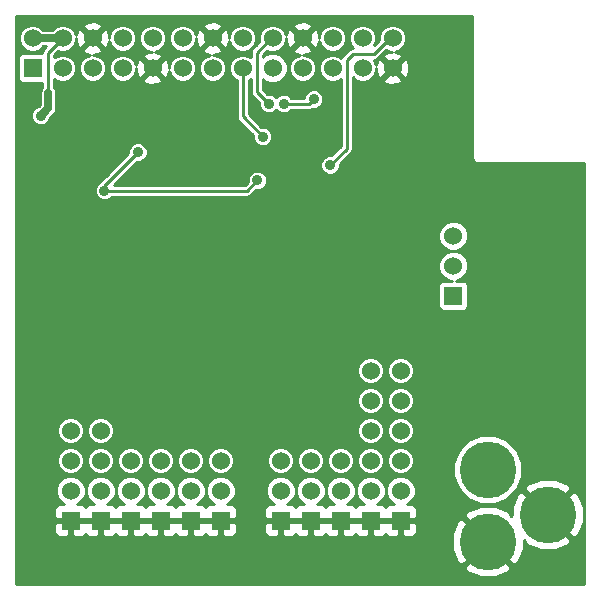
<source format=gbl>
G04 (created by PCBNEW (2013-04-19 BZR 4011)-stable) date 02/09/2014 13:44:17*
%MOIN*%
G04 Gerber Fmt 3.4, Leading zero omitted, Abs format*
%FSLAX34Y34*%
G01*
G70*
G90*
G04 APERTURE LIST*
%ADD10C,0*%
%ADD11R,0.06X0.06*%
%ADD12C,0.06*%
%ADD13C,0.189*%
%ADD14C,0.035*%
%ADD15C,0.025*%
%ADD16C,0.01*%
G04 APERTURE END LIST*
G54D10*
G54D11*
X728Y-1917D03*
G54D12*
X728Y-917D03*
X1728Y-1917D03*
X1728Y-917D03*
X2728Y-1917D03*
X2728Y-917D03*
X3728Y-1917D03*
X3728Y-917D03*
X4728Y-1917D03*
X4728Y-917D03*
X5728Y-1917D03*
X5728Y-917D03*
X6728Y-1917D03*
X6728Y-917D03*
X7728Y-1917D03*
X7728Y-917D03*
X8728Y-1917D03*
X8728Y-917D03*
X9728Y-1917D03*
X9728Y-917D03*
X10728Y-1917D03*
X10728Y-917D03*
X11728Y-1917D03*
X11728Y-917D03*
X12728Y-1917D03*
X12728Y-917D03*
G54D11*
X3000Y-17000D03*
G54D12*
X3000Y-16000D03*
X3000Y-15000D03*
X3000Y-14000D03*
G54D11*
X4000Y-17000D03*
G54D12*
X4000Y-16000D03*
X4000Y-15000D03*
G54D11*
X6000Y-17000D03*
G54D12*
X6000Y-16000D03*
X6000Y-15000D03*
G54D11*
X9000Y-17000D03*
G54D12*
X9000Y-16000D03*
X9000Y-15000D03*
G54D11*
X11000Y-17000D03*
G54D12*
X11000Y-16000D03*
X11000Y-15000D03*
G54D11*
X7000Y-17000D03*
G54D12*
X7000Y-16000D03*
X7000Y-15000D03*
G54D11*
X10000Y-17000D03*
G54D12*
X10000Y-16000D03*
X10000Y-15000D03*
G54D11*
X13000Y-17000D03*
G54D12*
X13000Y-16000D03*
X13000Y-15000D03*
X13000Y-14000D03*
X13000Y-13000D03*
X13000Y-12000D03*
G54D11*
X2000Y-17000D03*
G54D12*
X2000Y-16000D03*
X2000Y-15000D03*
X2000Y-14000D03*
G54D11*
X5000Y-17000D03*
G54D12*
X5000Y-16000D03*
X5000Y-15000D03*
G54D11*
X12000Y-17000D03*
G54D12*
X12000Y-16000D03*
X12000Y-15000D03*
X12000Y-14000D03*
X12000Y-13000D03*
X12000Y-12000D03*
G54D13*
X15900Y-17700D03*
X15900Y-15300D03*
X17900Y-16800D03*
G54D11*
X14750Y-9500D03*
G54D12*
X14750Y-8500D03*
X14750Y-7500D03*
G54D14*
X15050Y-12500D03*
X2300Y-6400D03*
X7200Y-6400D03*
X8200Y-9700D03*
X12800Y-9000D03*
X3500Y-9800D03*
X8400Y-4200D03*
X8600Y-3100D03*
X9100Y-3100D03*
X10100Y-2950D03*
X4240Y-4720D03*
X8220Y-5660D03*
X3125Y-6000D03*
X1000Y-3500D03*
X10650Y-5150D03*
G54D15*
X15050Y-12500D02*
X15000Y-12500D01*
G54D16*
X7728Y-3528D02*
X7728Y-1917D01*
X8400Y-4200D02*
X7728Y-3528D01*
X8728Y-917D02*
X8682Y-917D01*
X8200Y-2700D02*
X8600Y-3100D01*
X8200Y-1400D02*
X8200Y-2700D01*
X8682Y-917D02*
X8200Y-1400D01*
X9950Y-3100D02*
X9100Y-3100D01*
X10100Y-2950D02*
X9950Y-3100D01*
X4240Y-4720D02*
X3125Y-5835D01*
X3125Y-5835D02*
X3125Y-6000D01*
X3125Y-6000D02*
X7880Y-6000D01*
X7880Y-6000D02*
X8220Y-5660D01*
X1728Y-917D02*
X1728Y-921D01*
X1728Y-921D02*
X1250Y-1400D01*
X1250Y-1400D02*
X1250Y-2750D01*
G54D15*
X1728Y-917D02*
X728Y-917D01*
X1000Y-3500D02*
X1250Y-3250D01*
X1250Y-3250D02*
X1250Y-2750D01*
G54D16*
X1250Y-1400D02*
X1250Y-2750D01*
X1250Y-2750D02*
X1250Y-3250D01*
X11800Y-1450D02*
X11400Y-1450D01*
X11400Y-1450D02*
X11200Y-1650D01*
X12728Y-917D02*
X12632Y-917D01*
X12632Y-917D02*
X12100Y-1450D01*
X11200Y-4600D02*
X10650Y-5150D01*
X11200Y-1650D02*
X11200Y-4600D01*
X12100Y-1450D02*
X11800Y-1450D01*
G54D10*
G36*
X19121Y-19121D02*
X19095Y-19121D01*
X19095Y-17035D01*
X19094Y-16560D01*
X18914Y-16124D01*
X18751Y-16018D01*
X18681Y-16089D01*
X18681Y-15948D01*
X18575Y-15785D01*
X18135Y-15604D01*
X17660Y-15605D01*
X17224Y-15785D01*
X17118Y-15948D01*
X17900Y-16729D01*
X18681Y-15948D01*
X18681Y-16089D01*
X17970Y-16800D01*
X18751Y-17581D01*
X18914Y-17475D01*
X19095Y-17035D01*
X19095Y-19121D01*
X18681Y-19121D01*
X18681Y-17651D01*
X17900Y-16870D01*
X17894Y-16876D01*
X17829Y-16811D01*
X17823Y-16805D01*
X17829Y-16800D01*
X17048Y-16018D01*
X17045Y-16020D01*
X17045Y-15073D01*
X16871Y-14652D01*
X16549Y-14329D01*
X16128Y-14155D01*
X15673Y-14154D01*
X15252Y-14328D01*
X15250Y-14330D01*
X15250Y-8400D01*
X15250Y-7400D01*
X15174Y-7217D01*
X15033Y-7076D01*
X14849Y-7000D01*
X14650Y-6999D01*
X14467Y-7075D01*
X14326Y-7216D01*
X14250Y-7400D01*
X14249Y-7599D01*
X14325Y-7782D01*
X14466Y-7923D01*
X14650Y-7999D01*
X14849Y-8000D01*
X15032Y-7924D01*
X15173Y-7783D01*
X15249Y-7599D01*
X15250Y-7400D01*
X15250Y-8400D01*
X15174Y-8217D01*
X15033Y-8076D01*
X14849Y-8000D01*
X14650Y-7999D01*
X14467Y-8075D01*
X14326Y-8216D01*
X14250Y-8400D01*
X14249Y-8599D01*
X14325Y-8782D01*
X14466Y-8923D01*
X14650Y-8999D01*
X14710Y-8999D01*
X14410Y-8999D01*
X14336Y-9030D01*
X14280Y-9086D01*
X14250Y-9160D01*
X14249Y-9239D01*
X14249Y-9839D01*
X14280Y-9913D01*
X14336Y-9969D01*
X14410Y-9999D01*
X14489Y-10000D01*
X15089Y-10000D01*
X15163Y-9969D01*
X15219Y-9913D01*
X15249Y-9839D01*
X15250Y-9760D01*
X15250Y-9160D01*
X15219Y-9086D01*
X15163Y-9030D01*
X15089Y-9000D01*
X15010Y-8999D01*
X14849Y-8999D01*
X15032Y-8924D01*
X15173Y-8783D01*
X15249Y-8599D01*
X15250Y-8400D01*
X15250Y-14330D01*
X14929Y-14650D01*
X14755Y-15071D01*
X14754Y-15526D01*
X14928Y-15947D01*
X15250Y-16270D01*
X15671Y-16444D01*
X16126Y-16445D01*
X16547Y-16271D01*
X16870Y-15949D01*
X17044Y-15528D01*
X17045Y-15073D01*
X17045Y-16020D01*
X16885Y-16124D01*
X16704Y-16564D01*
X16705Y-16824D01*
X16681Y-16848D01*
X16575Y-16685D01*
X16135Y-16504D01*
X15660Y-16505D01*
X15224Y-16685D01*
X15118Y-16848D01*
X15900Y-17629D01*
X15905Y-17623D01*
X15976Y-17694D01*
X15970Y-17700D01*
X16751Y-18481D01*
X16914Y-18375D01*
X17095Y-17935D01*
X17094Y-17675D01*
X17118Y-17651D01*
X17224Y-17814D01*
X17664Y-17995D01*
X18139Y-17994D01*
X18575Y-17814D01*
X18681Y-17651D01*
X18681Y-19121D01*
X16681Y-19121D01*
X16681Y-18551D01*
X15900Y-17770D01*
X15829Y-17841D01*
X15829Y-17700D01*
X15048Y-16918D01*
X14885Y-17024D01*
X14704Y-17464D01*
X14705Y-17939D01*
X14885Y-18375D01*
X15048Y-18481D01*
X15829Y-17700D01*
X15829Y-17841D01*
X15118Y-18551D01*
X15224Y-18714D01*
X15664Y-18895D01*
X16139Y-18894D01*
X16575Y-18714D01*
X16681Y-18551D01*
X16681Y-19121D01*
X13550Y-19121D01*
X13550Y-17349D01*
X13550Y-16650D01*
X13512Y-16558D01*
X13441Y-16488D01*
X13349Y-16450D01*
X13250Y-16449D01*
X13220Y-16449D01*
X13282Y-16424D01*
X13423Y-16283D01*
X13499Y-16099D01*
X13500Y-15900D01*
X13450Y-15779D01*
X13450Y-14910D01*
X13450Y-13910D01*
X13450Y-12910D01*
X13450Y-11910D01*
X13381Y-11745D01*
X13283Y-11646D01*
X13283Y-1999D01*
X13272Y-1780D01*
X13209Y-1629D01*
X13178Y-1620D01*
X13178Y-828D01*
X13110Y-662D01*
X12983Y-536D01*
X12818Y-467D01*
X12639Y-467D01*
X12473Y-535D01*
X12347Y-662D01*
X12278Y-827D01*
X12278Y-988D01*
X12120Y-1146D01*
X12178Y-1007D01*
X12178Y-828D01*
X12110Y-662D01*
X11983Y-536D01*
X11818Y-467D01*
X11639Y-467D01*
X11473Y-535D01*
X11347Y-662D01*
X11278Y-827D01*
X11278Y-1006D01*
X11346Y-1171D01*
X11424Y-1250D01*
X11400Y-1250D01*
X11323Y-1265D01*
X11301Y-1279D01*
X11258Y-1308D01*
X11178Y-1388D01*
X11178Y-828D01*
X11110Y-662D01*
X10983Y-536D01*
X10818Y-467D01*
X10639Y-467D01*
X10473Y-535D01*
X10347Y-662D01*
X10278Y-827D01*
X10278Y-903D01*
X10272Y-780D01*
X10209Y-629D01*
X10114Y-602D01*
X10043Y-672D01*
X10043Y-531D01*
X10016Y-436D01*
X9810Y-362D01*
X9591Y-373D01*
X9440Y-436D01*
X9413Y-531D01*
X9728Y-846D01*
X10043Y-531D01*
X10043Y-672D01*
X9799Y-917D01*
X10114Y-1232D01*
X10209Y-1205D01*
X10279Y-1009D01*
X10346Y-1171D01*
X10473Y-1298D01*
X10638Y-1367D01*
X10817Y-1367D01*
X10982Y-1299D01*
X11109Y-1172D01*
X11178Y-1007D01*
X11178Y-828D01*
X11178Y-1388D01*
X11058Y-1508D01*
X11017Y-1570D01*
X10983Y-1536D01*
X10818Y-1467D01*
X10639Y-1467D01*
X10473Y-1535D01*
X10347Y-1662D01*
X10278Y-1827D01*
X10278Y-2006D01*
X10346Y-2171D01*
X10473Y-2298D01*
X10638Y-2367D01*
X10817Y-2367D01*
X10982Y-2299D01*
X11000Y-2281D01*
X11000Y-4517D01*
X10692Y-4825D01*
X10585Y-4824D01*
X10466Y-4874D01*
X10425Y-4915D01*
X10425Y-2885D01*
X10375Y-2766D01*
X10284Y-2674D01*
X10178Y-2630D01*
X10178Y-1828D01*
X10110Y-1662D01*
X9983Y-1536D01*
X9818Y-1467D01*
X9741Y-1467D01*
X9865Y-1461D01*
X10016Y-1398D01*
X10043Y-1303D01*
X9728Y-988D01*
X9413Y-1303D01*
X9440Y-1398D01*
X9636Y-1468D01*
X9473Y-1535D01*
X9347Y-1662D01*
X9278Y-1827D01*
X9278Y-2006D01*
X9346Y-2171D01*
X9473Y-2298D01*
X9638Y-2367D01*
X9817Y-2367D01*
X9982Y-2299D01*
X10109Y-2172D01*
X10178Y-2007D01*
X10178Y-1828D01*
X10178Y-2630D01*
X10164Y-2625D01*
X10035Y-2624D01*
X9916Y-2674D01*
X9824Y-2765D01*
X9775Y-2885D01*
X9775Y-2900D01*
X9359Y-2900D01*
X9284Y-2824D01*
X9164Y-2775D01*
X9035Y-2774D01*
X8916Y-2824D01*
X8849Y-2890D01*
X8784Y-2824D01*
X8664Y-2775D01*
X8557Y-2774D01*
X8400Y-2617D01*
X8400Y-2296D01*
X8444Y-2340D01*
X8628Y-2417D01*
X8827Y-2417D01*
X9011Y-2341D01*
X9151Y-2200D01*
X9228Y-2017D01*
X9228Y-1818D01*
X9152Y-1634D01*
X9011Y-1493D01*
X8828Y-1417D01*
X8629Y-1417D01*
X8445Y-1493D01*
X8400Y-1538D01*
X8400Y-1482D01*
X8551Y-1331D01*
X8638Y-1367D01*
X8817Y-1367D01*
X8982Y-1299D01*
X9109Y-1172D01*
X9178Y-1007D01*
X9178Y-930D01*
X9184Y-1054D01*
X9247Y-1205D01*
X9342Y-1232D01*
X9657Y-917D01*
X9342Y-602D01*
X9247Y-629D01*
X9177Y-825D01*
X9110Y-662D01*
X8983Y-536D01*
X8818Y-467D01*
X8639Y-467D01*
X8473Y-535D01*
X8347Y-662D01*
X8278Y-827D01*
X8278Y-1006D01*
X8287Y-1029D01*
X8178Y-1138D01*
X8178Y-828D01*
X8110Y-662D01*
X7983Y-536D01*
X7818Y-467D01*
X7639Y-467D01*
X7473Y-535D01*
X7347Y-662D01*
X7278Y-827D01*
X7278Y-903D01*
X7272Y-780D01*
X7209Y-629D01*
X7114Y-602D01*
X7043Y-672D01*
X7043Y-531D01*
X7016Y-436D01*
X6810Y-362D01*
X6591Y-373D01*
X6440Y-436D01*
X6413Y-531D01*
X6728Y-846D01*
X7043Y-531D01*
X7043Y-672D01*
X6799Y-917D01*
X7114Y-1232D01*
X7209Y-1205D01*
X7279Y-1009D01*
X7346Y-1171D01*
X7473Y-1298D01*
X7638Y-1367D01*
X7817Y-1367D01*
X7982Y-1299D01*
X8109Y-1172D01*
X8178Y-1007D01*
X8178Y-828D01*
X8178Y-1138D01*
X8058Y-1258D01*
X8015Y-1323D01*
X8000Y-1400D01*
X8000Y-1552D01*
X7983Y-1536D01*
X7818Y-1467D01*
X7639Y-1467D01*
X7473Y-1535D01*
X7347Y-1662D01*
X7278Y-1827D01*
X7278Y-2006D01*
X7346Y-2171D01*
X7473Y-2298D01*
X7528Y-2321D01*
X7528Y-3528D01*
X7543Y-3604D01*
X7586Y-3669D01*
X8075Y-4157D01*
X8074Y-4264D01*
X8124Y-4383D01*
X8215Y-4475D01*
X8335Y-4524D01*
X8464Y-4525D01*
X8583Y-4475D01*
X8675Y-4384D01*
X8724Y-4264D01*
X8725Y-4135D01*
X8675Y-4016D01*
X8584Y-3924D01*
X8464Y-3875D01*
X8357Y-3874D01*
X7928Y-3445D01*
X7928Y-2321D01*
X7982Y-2299D01*
X8000Y-2281D01*
X8000Y-2700D01*
X8015Y-2776D01*
X8058Y-2841D01*
X8275Y-3057D01*
X8274Y-3164D01*
X8324Y-3283D01*
X8415Y-3375D01*
X8535Y-3424D01*
X8664Y-3425D01*
X8783Y-3375D01*
X8850Y-3309D01*
X8915Y-3375D01*
X9035Y-3424D01*
X9164Y-3425D01*
X9283Y-3375D01*
X9359Y-3300D01*
X9950Y-3300D01*
X10026Y-3284D01*
X10041Y-3274D01*
X10164Y-3275D01*
X10283Y-3225D01*
X10375Y-3134D01*
X10424Y-3014D01*
X10425Y-2885D01*
X10425Y-4915D01*
X10374Y-4965D01*
X10325Y-5085D01*
X10324Y-5214D01*
X10374Y-5333D01*
X10465Y-5425D01*
X10585Y-5474D01*
X10714Y-5475D01*
X10833Y-5425D01*
X10925Y-5334D01*
X10974Y-5214D01*
X10975Y-5107D01*
X11341Y-4741D01*
X11384Y-4676D01*
X11384Y-4676D01*
X11387Y-4663D01*
X11399Y-4600D01*
X11400Y-4600D01*
X11400Y-2225D01*
X11473Y-2298D01*
X11638Y-2367D01*
X11817Y-2367D01*
X11982Y-2299D01*
X12109Y-2172D01*
X12178Y-2007D01*
X12178Y-1930D01*
X12184Y-2054D01*
X12247Y-2205D01*
X12342Y-2232D01*
X12657Y-1917D01*
X12342Y-1602D01*
X12247Y-1629D01*
X12177Y-1825D01*
X12110Y-1662D01*
X12097Y-1650D01*
X12100Y-1650D01*
X12176Y-1634D01*
X12241Y-1591D01*
X12516Y-1316D01*
X12638Y-1367D01*
X12714Y-1367D01*
X12591Y-1373D01*
X12440Y-1436D01*
X12413Y-1531D01*
X12728Y-1846D01*
X13043Y-1531D01*
X13016Y-1436D01*
X12820Y-1366D01*
X12982Y-1299D01*
X13109Y-1172D01*
X13178Y-1007D01*
X13178Y-828D01*
X13178Y-1620D01*
X13114Y-1602D01*
X12799Y-1917D01*
X13114Y-2232D01*
X13209Y-2205D01*
X13283Y-1999D01*
X13283Y-11646D01*
X13255Y-11618D01*
X13089Y-11550D01*
X13043Y-11550D01*
X13043Y-2303D01*
X12728Y-1988D01*
X12413Y-2303D01*
X12440Y-2398D01*
X12646Y-2472D01*
X12865Y-2461D01*
X13016Y-2398D01*
X13043Y-2303D01*
X13043Y-11550D01*
X12910Y-11549D01*
X12745Y-11618D01*
X12618Y-11744D01*
X12550Y-11910D01*
X12549Y-12089D01*
X12618Y-12254D01*
X12744Y-12381D01*
X12910Y-12449D01*
X13089Y-12450D01*
X13254Y-12381D01*
X13381Y-12255D01*
X13449Y-12089D01*
X13450Y-11910D01*
X13450Y-12910D01*
X13381Y-12745D01*
X13255Y-12618D01*
X13089Y-12550D01*
X12910Y-12549D01*
X12745Y-12618D01*
X12618Y-12744D01*
X12550Y-12910D01*
X12549Y-13089D01*
X12618Y-13254D01*
X12744Y-13381D01*
X12910Y-13449D01*
X13089Y-13450D01*
X13254Y-13381D01*
X13381Y-13255D01*
X13449Y-13089D01*
X13450Y-12910D01*
X13450Y-13910D01*
X13381Y-13745D01*
X13255Y-13618D01*
X13089Y-13550D01*
X12910Y-13549D01*
X12745Y-13618D01*
X12618Y-13744D01*
X12550Y-13910D01*
X12549Y-14089D01*
X12618Y-14254D01*
X12744Y-14381D01*
X12910Y-14449D01*
X13089Y-14450D01*
X13254Y-14381D01*
X13381Y-14255D01*
X13449Y-14089D01*
X13450Y-13910D01*
X13450Y-14910D01*
X13381Y-14745D01*
X13255Y-14618D01*
X13089Y-14550D01*
X12910Y-14549D01*
X12745Y-14618D01*
X12618Y-14744D01*
X12550Y-14910D01*
X12549Y-15089D01*
X12618Y-15254D01*
X12744Y-15381D01*
X12910Y-15449D01*
X13089Y-15450D01*
X13254Y-15381D01*
X13381Y-15255D01*
X13449Y-15089D01*
X13450Y-14910D01*
X13450Y-15779D01*
X13424Y-15717D01*
X13283Y-15576D01*
X13099Y-15500D01*
X12900Y-15499D01*
X12717Y-15575D01*
X12576Y-15716D01*
X12500Y-15900D01*
X12499Y-16099D01*
X12575Y-16282D01*
X12716Y-16423D01*
X12779Y-16449D01*
X12749Y-16449D01*
X12650Y-16450D01*
X12558Y-16488D01*
X12500Y-16546D01*
X12441Y-16488D01*
X12349Y-16450D01*
X12250Y-16449D01*
X12220Y-16449D01*
X12282Y-16424D01*
X12423Y-16283D01*
X12499Y-16099D01*
X12500Y-15900D01*
X12450Y-15779D01*
X12450Y-14910D01*
X12450Y-13910D01*
X12450Y-12910D01*
X12450Y-11910D01*
X12381Y-11745D01*
X12255Y-11618D01*
X12089Y-11550D01*
X11910Y-11549D01*
X11745Y-11618D01*
X11618Y-11744D01*
X11550Y-11910D01*
X11549Y-12089D01*
X11618Y-12254D01*
X11744Y-12381D01*
X11910Y-12449D01*
X12089Y-12450D01*
X12254Y-12381D01*
X12381Y-12255D01*
X12449Y-12089D01*
X12450Y-11910D01*
X12450Y-12910D01*
X12381Y-12745D01*
X12255Y-12618D01*
X12089Y-12550D01*
X11910Y-12549D01*
X11745Y-12618D01*
X11618Y-12744D01*
X11550Y-12910D01*
X11549Y-13089D01*
X11618Y-13254D01*
X11744Y-13381D01*
X11910Y-13449D01*
X12089Y-13450D01*
X12254Y-13381D01*
X12381Y-13255D01*
X12449Y-13089D01*
X12450Y-12910D01*
X12450Y-13910D01*
X12381Y-13745D01*
X12255Y-13618D01*
X12089Y-13550D01*
X11910Y-13549D01*
X11745Y-13618D01*
X11618Y-13744D01*
X11550Y-13910D01*
X11549Y-14089D01*
X11618Y-14254D01*
X11744Y-14381D01*
X11910Y-14449D01*
X12089Y-14450D01*
X12254Y-14381D01*
X12381Y-14255D01*
X12449Y-14089D01*
X12450Y-13910D01*
X12450Y-14910D01*
X12381Y-14745D01*
X12255Y-14618D01*
X12089Y-14550D01*
X11910Y-14549D01*
X11745Y-14618D01*
X11618Y-14744D01*
X11550Y-14910D01*
X11549Y-15089D01*
X11618Y-15254D01*
X11744Y-15381D01*
X11910Y-15449D01*
X12089Y-15450D01*
X12254Y-15381D01*
X12381Y-15255D01*
X12449Y-15089D01*
X12450Y-14910D01*
X12450Y-15779D01*
X12424Y-15717D01*
X12283Y-15576D01*
X12099Y-15500D01*
X11900Y-15499D01*
X11717Y-15575D01*
X11576Y-15716D01*
X11500Y-15900D01*
X11499Y-16099D01*
X11575Y-16282D01*
X11716Y-16423D01*
X11779Y-16449D01*
X11749Y-16449D01*
X11650Y-16450D01*
X11558Y-16488D01*
X11500Y-16546D01*
X11441Y-16488D01*
X11349Y-16450D01*
X11250Y-16449D01*
X11220Y-16449D01*
X11282Y-16424D01*
X11423Y-16283D01*
X11499Y-16099D01*
X11500Y-15900D01*
X11450Y-15779D01*
X11450Y-14910D01*
X11381Y-14745D01*
X11255Y-14618D01*
X11089Y-14550D01*
X10910Y-14549D01*
X10745Y-14618D01*
X10618Y-14744D01*
X10550Y-14910D01*
X10549Y-15089D01*
X10618Y-15254D01*
X10744Y-15381D01*
X10910Y-15449D01*
X11089Y-15450D01*
X11254Y-15381D01*
X11381Y-15255D01*
X11449Y-15089D01*
X11450Y-14910D01*
X11450Y-15779D01*
X11424Y-15717D01*
X11283Y-15576D01*
X11099Y-15500D01*
X10900Y-15499D01*
X10717Y-15575D01*
X10576Y-15716D01*
X10500Y-15900D01*
X10499Y-16099D01*
X10575Y-16282D01*
X10716Y-16423D01*
X10779Y-16449D01*
X10749Y-16449D01*
X10650Y-16450D01*
X10558Y-16488D01*
X10500Y-16546D01*
X10441Y-16488D01*
X10349Y-16450D01*
X10250Y-16449D01*
X10220Y-16449D01*
X10282Y-16424D01*
X10423Y-16283D01*
X10499Y-16099D01*
X10500Y-15900D01*
X10450Y-15779D01*
X10450Y-14910D01*
X10381Y-14745D01*
X10255Y-14618D01*
X10089Y-14550D01*
X9910Y-14549D01*
X9745Y-14618D01*
X9618Y-14744D01*
X9550Y-14910D01*
X9549Y-15089D01*
X9618Y-15254D01*
X9744Y-15381D01*
X9910Y-15449D01*
X10089Y-15450D01*
X10254Y-15381D01*
X10381Y-15255D01*
X10449Y-15089D01*
X10450Y-14910D01*
X10450Y-15779D01*
X10424Y-15717D01*
X10283Y-15576D01*
X10099Y-15500D01*
X9900Y-15499D01*
X9717Y-15575D01*
X9576Y-15716D01*
X9500Y-15900D01*
X9499Y-16099D01*
X9575Y-16282D01*
X9716Y-16423D01*
X9779Y-16449D01*
X9749Y-16449D01*
X9650Y-16450D01*
X9558Y-16488D01*
X9500Y-16546D01*
X9441Y-16488D01*
X9349Y-16450D01*
X9250Y-16449D01*
X9220Y-16449D01*
X9282Y-16424D01*
X9423Y-16283D01*
X9499Y-16099D01*
X9500Y-15900D01*
X9450Y-15779D01*
X9450Y-14910D01*
X9381Y-14745D01*
X9255Y-14618D01*
X9089Y-14550D01*
X8910Y-14549D01*
X8745Y-14618D01*
X8618Y-14744D01*
X8550Y-14910D01*
X8549Y-15089D01*
X8618Y-15254D01*
X8744Y-15381D01*
X8910Y-15449D01*
X9089Y-15450D01*
X9254Y-15381D01*
X9381Y-15255D01*
X9449Y-15089D01*
X9450Y-14910D01*
X9450Y-15779D01*
X9424Y-15717D01*
X9283Y-15576D01*
X9099Y-15500D01*
X8900Y-15499D01*
X8717Y-15575D01*
X8576Y-15716D01*
X8545Y-15791D01*
X8545Y-5595D01*
X8495Y-5476D01*
X8404Y-5384D01*
X8284Y-5335D01*
X8155Y-5334D01*
X8036Y-5384D01*
X7944Y-5475D01*
X7895Y-5595D01*
X7894Y-5702D01*
X7797Y-5800D01*
X7178Y-5800D01*
X7178Y-1828D01*
X7110Y-1662D01*
X6983Y-1536D01*
X6818Y-1467D01*
X6741Y-1467D01*
X6865Y-1461D01*
X7016Y-1398D01*
X7043Y-1303D01*
X6728Y-988D01*
X6657Y-1058D01*
X6657Y-917D01*
X6342Y-602D01*
X6247Y-629D01*
X6177Y-825D01*
X6110Y-662D01*
X5983Y-536D01*
X5818Y-467D01*
X5639Y-467D01*
X5473Y-535D01*
X5347Y-662D01*
X5278Y-827D01*
X5278Y-1006D01*
X5346Y-1171D01*
X5473Y-1298D01*
X5638Y-1367D01*
X5817Y-1367D01*
X5982Y-1299D01*
X6109Y-1172D01*
X6178Y-1007D01*
X6178Y-930D01*
X6184Y-1054D01*
X6247Y-1205D01*
X6342Y-1232D01*
X6657Y-917D01*
X6657Y-1058D01*
X6413Y-1303D01*
X6440Y-1398D01*
X6636Y-1468D01*
X6473Y-1535D01*
X6347Y-1662D01*
X6278Y-1827D01*
X6278Y-2006D01*
X6346Y-2171D01*
X6473Y-2298D01*
X6638Y-2367D01*
X6817Y-2367D01*
X6982Y-2299D01*
X7109Y-2172D01*
X7178Y-2007D01*
X7178Y-1828D01*
X7178Y-5800D01*
X6178Y-5800D01*
X6178Y-1828D01*
X6110Y-1662D01*
X5983Y-1536D01*
X5818Y-1467D01*
X5639Y-1467D01*
X5473Y-1535D01*
X5347Y-1662D01*
X5278Y-1827D01*
X5278Y-1903D01*
X5272Y-1780D01*
X5209Y-1629D01*
X5178Y-1620D01*
X5178Y-828D01*
X5110Y-662D01*
X4983Y-536D01*
X4818Y-467D01*
X4639Y-467D01*
X4473Y-535D01*
X4347Y-662D01*
X4278Y-827D01*
X4278Y-1006D01*
X4346Y-1171D01*
X4473Y-1298D01*
X4638Y-1367D01*
X4714Y-1367D01*
X4591Y-1373D01*
X4440Y-1436D01*
X4413Y-1531D01*
X4728Y-1846D01*
X5043Y-1531D01*
X5016Y-1436D01*
X4820Y-1366D01*
X4982Y-1299D01*
X5109Y-1172D01*
X5178Y-1007D01*
X5178Y-828D01*
X5178Y-1620D01*
X5114Y-1602D01*
X4799Y-1917D01*
X5114Y-2232D01*
X5209Y-2205D01*
X5279Y-2009D01*
X5346Y-2171D01*
X5473Y-2298D01*
X5638Y-2367D01*
X5817Y-2367D01*
X5982Y-2299D01*
X6109Y-2172D01*
X6178Y-2007D01*
X6178Y-1828D01*
X6178Y-5800D01*
X5043Y-5800D01*
X5043Y-2303D01*
X4728Y-1988D01*
X4657Y-2058D01*
X4657Y-1917D01*
X4342Y-1602D01*
X4247Y-1629D01*
X4178Y-1821D01*
X4178Y-828D01*
X4110Y-662D01*
X3983Y-536D01*
X3818Y-467D01*
X3639Y-467D01*
X3473Y-535D01*
X3347Y-662D01*
X3278Y-827D01*
X3278Y-903D01*
X3272Y-780D01*
X3209Y-629D01*
X3114Y-602D01*
X3043Y-672D01*
X3043Y-531D01*
X3016Y-436D01*
X2810Y-362D01*
X2591Y-373D01*
X2440Y-436D01*
X2413Y-531D01*
X2728Y-846D01*
X3043Y-531D01*
X3043Y-672D01*
X2799Y-917D01*
X3114Y-1232D01*
X3209Y-1205D01*
X3279Y-1009D01*
X3346Y-1171D01*
X3473Y-1298D01*
X3638Y-1367D01*
X3817Y-1367D01*
X3982Y-1299D01*
X4109Y-1172D01*
X4178Y-1007D01*
X4178Y-828D01*
X4178Y-1821D01*
X4177Y-1825D01*
X4110Y-1662D01*
X3983Y-1536D01*
X3818Y-1467D01*
X3639Y-1467D01*
X3473Y-1535D01*
X3347Y-1662D01*
X3278Y-1827D01*
X3278Y-2006D01*
X3346Y-2171D01*
X3473Y-2298D01*
X3638Y-2367D01*
X3817Y-2367D01*
X3982Y-2299D01*
X4109Y-2172D01*
X4178Y-2007D01*
X4178Y-1930D01*
X4184Y-2054D01*
X4247Y-2205D01*
X4342Y-2232D01*
X4657Y-1917D01*
X4657Y-2058D01*
X4413Y-2303D01*
X4440Y-2398D01*
X4646Y-2472D01*
X4865Y-2461D01*
X5016Y-2398D01*
X5043Y-2303D01*
X5043Y-5800D01*
X3442Y-5800D01*
X4197Y-5044D01*
X4304Y-5045D01*
X4423Y-4995D01*
X4515Y-4904D01*
X4564Y-4784D01*
X4565Y-4655D01*
X4515Y-4536D01*
X4424Y-4444D01*
X4304Y-4395D01*
X4175Y-4394D01*
X4056Y-4444D01*
X3964Y-4535D01*
X3915Y-4655D01*
X3914Y-4762D01*
X3178Y-5498D01*
X3178Y-1828D01*
X3110Y-1662D01*
X2983Y-1536D01*
X2818Y-1467D01*
X2741Y-1467D01*
X2865Y-1461D01*
X3016Y-1398D01*
X3043Y-1303D01*
X2728Y-988D01*
X2657Y-1058D01*
X2657Y-917D01*
X2342Y-602D01*
X2247Y-629D01*
X2177Y-825D01*
X2110Y-662D01*
X1983Y-536D01*
X1818Y-467D01*
X1639Y-467D01*
X1473Y-535D01*
X1366Y-642D01*
X1089Y-642D01*
X983Y-536D01*
X818Y-467D01*
X639Y-467D01*
X473Y-535D01*
X347Y-662D01*
X278Y-827D01*
X278Y-1006D01*
X346Y-1171D01*
X473Y-1298D01*
X638Y-1367D01*
X817Y-1367D01*
X982Y-1299D01*
X1089Y-1192D01*
X1174Y-1192D01*
X1108Y-1258D01*
X1065Y-1323D01*
X1050Y-1400D01*
X1050Y-1417D01*
X988Y-1417D01*
X388Y-1417D01*
X315Y-1447D01*
X258Y-1503D01*
X228Y-1577D01*
X228Y-1656D01*
X228Y-2256D01*
X258Y-2330D01*
X314Y-2386D01*
X388Y-2417D01*
X467Y-2417D01*
X1050Y-2417D01*
X1050Y-2563D01*
X995Y-2644D01*
X975Y-2750D01*
X975Y-3136D01*
X936Y-3174D01*
X935Y-3174D01*
X816Y-3224D01*
X724Y-3315D01*
X675Y-3435D01*
X674Y-3564D01*
X724Y-3683D01*
X815Y-3775D01*
X935Y-3824D01*
X1064Y-3825D01*
X1183Y-3775D01*
X1275Y-3684D01*
X1324Y-3564D01*
X1324Y-3563D01*
X1444Y-3444D01*
X1444Y-3444D01*
X1484Y-3384D01*
X1504Y-3355D01*
X1504Y-3355D01*
X1524Y-3250D01*
X1525Y-3250D01*
X1525Y-2750D01*
X1504Y-2644D01*
X1450Y-2563D01*
X1450Y-2275D01*
X1473Y-2298D01*
X1638Y-2367D01*
X1817Y-2367D01*
X1982Y-2299D01*
X2109Y-2172D01*
X2178Y-2007D01*
X2178Y-1828D01*
X2110Y-1662D01*
X1983Y-1536D01*
X1818Y-1467D01*
X1639Y-1467D01*
X1473Y-1535D01*
X1450Y-1559D01*
X1450Y-1482D01*
X1586Y-1345D01*
X1638Y-1367D01*
X1817Y-1367D01*
X1982Y-1299D01*
X2109Y-1172D01*
X2178Y-1007D01*
X2178Y-930D01*
X2184Y-1054D01*
X2247Y-1205D01*
X2342Y-1232D01*
X2657Y-917D01*
X2657Y-1058D01*
X2413Y-1303D01*
X2440Y-1398D01*
X2636Y-1468D01*
X2473Y-1535D01*
X2347Y-1662D01*
X2278Y-1827D01*
X2278Y-2006D01*
X2346Y-2171D01*
X2473Y-2298D01*
X2638Y-2367D01*
X2817Y-2367D01*
X2982Y-2299D01*
X3109Y-2172D01*
X3178Y-2007D01*
X3178Y-1828D01*
X3178Y-5498D01*
X2983Y-5693D01*
X2971Y-5711D01*
X2941Y-5724D01*
X2849Y-5815D01*
X2800Y-5935D01*
X2799Y-6064D01*
X2849Y-6183D01*
X2940Y-6275D01*
X3060Y-6324D01*
X3189Y-6325D01*
X3308Y-6275D01*
X3384Y-6200D01*
X7880Y-6200D01*
X7956Y-6184D01*
X8021Y-6141D01*
X8177Y-5984D01*
X8284Y-5985D01*
X8403Y-5935D01*
X8495Y-5844D01*
X8544Y-5724D01*
X8545Y-5595D01*
X8545Y-15791D01*
X8500Y-15900D01*
X8499Y-16099D01*
X8575Y-16282D01*
X8716Y-16423D01*
X8779Y-16449D01*
X8749Y-16449D01*
X8650Y-16450D01*
X8558Y-16488D01*
X8487Y-16558D01*
X8449Y-16650D01*
X8450Y-16887D01*
X8512Y-16950D01*
X8950Y-16950D01*
X8950Y-16942D01*
X9050Y-16942D01*
X9050Y-16950D01*
X9487Y-16950D01*
X9500Y-16937D01*
X9512Y-16950D01*
X9950Y-16950D01*
X9950Y-16942D01*
X10050Y-16942D01*
X10050Y-16950D01*
X10487Y-16950D01*
X10500Y-16937D01*
X10512Y-16950D01*
X10950Y-16950D01*
X10950Y-16942D01*
X11050Y-16942D01*
X11050Y-16950D01*
X11487Y-16950D01*
X11500Y-16937D01*
X11512Y-16950D01*
X11950Y-16950D01*
X11950Y-16942D01*
X12050Y-16942D01*
X12050Y-16950D01*
X12487Y-16950D01*
X12500Y-16937D01*
X12512Y-16950D01*
X12950Y-16950D01*
X12950Y-16942D01*
X13050Y-16942D01*
X13050Y-16950D01*
X13487Y-16950D01*
X13550Y-16887D01*
X13550Y-16650D01*
X13550Y-17349D01*
X13550Y-17112D01*
X13487Y-17050D01*
X13050Y-17050D01*
X13050Y-17487D01*
X13112Y-17550D01*
X13250Y-17550D01*
X13349Y-17549D01*
X13441Y-17511D01*
X13512Y-17441D01*
X13550Y-17349D01*
X13550Y-19121D01*
X12950Y-19121D01*
X12950Y-17487D01*
X12950Y-17050D01*
X12512Y-17050D01*
X12500Y-17062D01*
X12487Y-17050D01*
X12050Y-17050D01*
X12050Y-17487D01*
X12112Y-17550D01*
X12250Y-17550D01*
X12349Y-17549D01*
X12441Y-17511D01*
X12500Y-17453D01*
X12558Y-17511D01*
X12650Y-17549D01*
X12749Y-17550D01*
X12887Y-17550D01*
X12950Y-17487D01*
X12950Y-19121D01*
X11950Y-19121D01*
X11950Y-17487D01*
X11950Y-17050D01*
X11512Y-17050D01*
X11500Y-17062D01*
X11487Y-17050D01*
X11050Y-17050D01*
X11050Y-17487D01*
X11112Y-17550D01*
X11250Y-17550D01*
X11349Y-17549D01*
X11441Y-17511D01*
X11500Y-17453D01*
X11558Y-17511D01*
X11650Y-17549D01*
X11749Y-17550D01*
X11887Y-17550D01*
X11950Y-17487D01*
X11950Y-19121D01*
X10950Y-19121D01*
X10950Y-17487D01*
X10950Y-17050D01*
X10512Y-17050D01*
X10500Y-17062D01*
X10487Y-17050D01*
X10050Y-17050D01*
X10050Y-17487D01*
X10112Y-17550D01*
X10250Y-17550D01*
X10349Y-17549D01*
X10441Y-17511D01*
X10500Y-17453D01*
X10558Y-17511D01*
X10650Y-17549D01*
X10749Y-17550D01*
X10887Y-17550D01*
X10950Y-17487D01*
X10950Y-19121D01*
X9950Y-19121D01*
X9950Y-17487D01*
X9950Y-17050D01*
X9512Y-17050D01*
X9500Y-17062D01*
X9487Y-17050D01*
X9050Y-17050D01*
X9050Y-17487D01*
X9112Y-17550D01*
X9250Y-17550D01*
X9349Y-17549D01*
X9441Y-17511D01*
X9500Y-17453D01*
X9558Y-17511D01*
X9650Y-17549D01*
X9749Y-17550D01*
X9887Y-17550D01*
X9950Y-17487D01*
X9950Y-19121D01*
X8950Y-19121D01*
X8950Y-17487D01*
X8950Y-17050D01*
X8512Y-17050D01*
X8450Y-17112D01*
X8449Y-17349D01*
X8487Y-17441D01*
X8558Y-17511D01*
X8650Y-17549D01*
X8749Y-17550D01*
X8887Y-17550D01*
X8950Y-17487D01*
X8950Y-19121D01*
X7550Y-19121D01*
X7550Y-17349D01*
X7550Y-16650D01*
X7512Y-16558D01*
X7441Y-16488D01*
X7349Y-16450D01*
X7250Y-16449D01*
X7220Y-16449D01*
X7282Y-16424D01*
X7423Y-16283D01*
X7499Y-16099D01*
X7500Y-15900D01*
X7450Y-15779D01*
X7450Y-14910D01*
X7381Y-14745D01*
X7255Y-14618D01*
X7089Y-14550D01*
X6910Y-14549D01*
X6745Y-14618D01*
X6618Y-14744D01*
X6550Y-14910D01*
X6549Y-15089D01*
X6618Y-15254D01*
X6744Y-15381D01*
X6910Y-15449D01*
X7089Y-15450D01*
X7254Y-15381D01*
X7381Y-15255D01*
X7449Y-15089D01*
X7450Y-14910D01*
X7450Y-15779D01*
X7424Y-15717D01*
X7283Y-15576D01*
X7099Y-15500D01*
X6900Y-15499D01*
X6717Y-15575D01*
X6576Y-15716D01*
X6500Y-15900D01*
X6499Y-16099D01*
X6575Y-16282D01*
X6716Y-16423D01*
X6779Y-16449D01*
X6749Y-16449D01*
X6650Y-16450D01*
X6558Y-16488D01*
X6500Y-16546D01*
X6441Y-16488D01*
X6349Y-16450D01*
X6250Y-16449D01*
X6220Y-16449D01*
X6282Y-16424D01*
X6423Y-16283D01*
X6499Y-16099D01*
X6500Y-15900D01*
X6450Y-15779D01*
X6450Y-14910D01*
X6381Y-14745D01*
X6255Y-14618D01*
X6089Y-14550D01*
X5910Y-14549D01*
X5745Y-14618D01*
X5618Y-14744D01*
X5550Y-14910D01*
X5549Y-15089D01*
X5618Y-15254D01*
X5744Y-15381D01*
X5910Y-15449D01*
X6089Y-15450D01*
X6254Y-15381D01*
X6381Y-15255D01*
X6449Y-15089D01*
X6450Y-14910D01*
X6450Y-15779D01*
X6424Y-15717D01*
X6283Y-15576D01*
X6099Y-15500D01*
X5900Y-15499D01*
X5717Y-15575D01*
X5576Y-15716D01*
X5500Y-15900D01*
X5499Y-16099D01*
X5575Y-16282D01*
X5716Y-16423D01*
X5779Y-16449D01*
X5749Y-16449D01*
X5650Y-16450D01*
X5558Y-16488D01*
X5500Y-16546D01*
X5441Y-16488D01*
X5349Y-16450D01*
X5250Y-16449D01*
X5220Y-16449D01*
X5282Y-16424D01*
X5423Y-16283D01*
X5499Y-16099D01*
X5500Y-15900D01*
X5450Y-15779D01*
X5450Y-14910D01*
X5381Y-14745D01*
X5255Y-14618D01*
X5089Y-14550D01*
X4910Y-14549D01*
X4745Y-14618D01*
X4618Y-14744D01*
X4550Y-14910D01*
X4549Y-15089D01*
X4618Y-15254D01*
X4744Y-15381D01*
X4910Y-15449D01*
X5089Y-15450D01*
X5254Y-15381D01*
X5381Y-15255D01*
X5449Y-15089D01*
X5450Y-14910D01*
X5450Y-15779D01*
X5424Y-15717D01*
X5283Y-15576D01*
X5099Y-15500D01*
X4900Y-15499D01*
X4717Y-15575D01*
X4576Y-15716D01*
X4500Y-15900D01*
X4499Y-16099D01*
X4575Y-16282D01*
X4716Y-16423D01*
X4779Y-16449D01*
X4749Y-16449D01*
X4650Y-16450D01*
X4558Y-16488D01*
X4500Y-16546D01*
X4441Y-16488D01*
X4349Y-16450D01*
X4250Y-16449D01*
X4220Y-16449D01*
X4282Y-16424D01*
X4423Y-16283D01*
X4499Y-16099D01*
X4500Y-15900D01*
X4450Y-15779D01*
X4450Y-14910D01*
X4381Y-14745D01*
X4255Y-14618D01*
X4089Y-14550D01*
X3910Y-14549D01*
X3745Y-14618D01*
X3618Y-14744D01*
X3550Y-14910D01*
X3549Y-15089D01*
X3618Y-15254D01*
X3744Y-15381D01*
X3910Y-15449D01*
X4089Y-15450D01*
X4254Y-15381D01*
X4381Y-15255D01*
X4449Y-15089D01*
X4450Y-14910D01*
X4450Y-15779D01*
X4424Y-15717D01*
X4283Y-15576D01*
X4099Y-15500D01*
X3900Y-15499D01*
X3717Y-15575D01*
X3576Y-15716D01*
X3500Y-15900D01*
X3499Y-16099D01*
X3575Y-16282D01*
X3716Y-16423D01*
X3779Y-16449D01*
X3749Y-16449D01*
X3650Y-16450D01*
X3558Y-16488D01*
X3500Y-16546D01*
X3441Y-16488D01*
X3349Y-16450D01*
X3250Y-16449D01*
X3220Y-16449D01*
X3282Y-16424D01*
X3423Y-16283D01*
X3499Y-16099D01*
X3500Y-15900D01*
X3450Y-15779D01*
X3450Y-14910D01*
X3450Y-13910D01*
X3381Y-13745D01*
X3255Y-13618D01*
X3089Y-13550D01*
X2910Y-13549D01*
X2745Y-13618D01*
X2618Y-13744D01*
X2550Y-13910D01*
X2549Y-14089D01*
X2618Y-14254D01*
X2744Y-14381D01*
X2910Y-14449D01*
X3089Y-14450D01*
X3254Y-14381D01*
X3381Y-14255D01*
X3449Y-14089D01*
X3450Y-13910D01*
X3450Y-14910D01*
X3381Y-14745D01*
X3255Y-14618D01*
X3089Y-14550D01*
X2910Y-14549D01*
X2745Y-14618D01*
X2618Y-14744D01*
X2550Y-14910D01*
X2549Y-15089D01*
X2618Y-15254D01*
X2744Y-15381D01*
X2910Y-15449D01*
X3089Y-15450D01*
X3254Y-15381D01*
X3381Y-15255D01*
X3449Y-15089D01*
X3450Y-14910D01*
X3450Y-15779D01*
X3424Y-15717D01*
X3283Y-15576D01*
X3099Y-15500D01*
X2900Y-15499D01*
X2717Y-15575D01*
X2576Y-15716D01*
X2500Y-15900D01*
X2499Y-16099D01*
X2575Y-16282D01*
X2716Y-16423D01*
X2779Y-16449D01*
X2749Y-16449D01*
X2650Y-16450D01*
X2558Y-16488D01*
X2500Y-16546D01*
X2441Y-16488D01*
X2349Y-16450D01*
X2250Y-16449D01*
X2220Y-16449D01*
X2282Y-16424D01*
X2423Y-16283D01*
X2499Y-16099D01*
X2500Y-15900D01*
X2450Y-15779D01*
X2450Y-14910D01*
X2450Y-13910D01*
X2381Y-13745D01*
X2255Y-13618D01*
X2089Y-13550D01*
X1910Y-13549D01*
X1745Y-13618D01*
X1618Y-13744D01*
X1550Y-13910D01*
X1549Y-14089D01*
X1618Y-14254D01*
X1744Y-14381D01*
X1910Y-14449D01*
X2089Y-14450D01*
X2254Y-14381D01*
X2381Y-14255D01*
X2449Y-14089D01*
X2450Y-13910D01*
X2450Y-14910D01*
X2381Y-14745D01*
X2255Y-14618D01*
X2089Y-14550D01*
X1910Y-14549D01*
X1745Y-14618D01*
X1618Y-14744D01*
X1550Y-14910D01*
X1549Y-15089D01*
X1618Y-15254D01*
X1744Y-15381D01*
X1910Y-15449D01*
X2089Y-15450D01*
X2254Y-15381D01*
X2381Y-15255D01*
X2449Y-15089D01*
X2450Y-14910D01*
X2450Y-15779D01*
X2424Y-15717D01*
X2283Y-15576D01*
X2099Y-15500D01*
X1900Y-15499D01*
X1717Y-15575D01*
X1576Y-15716D01*
X1500Y-15900D01*
X1499Y-16099D01*
X1575Y-16282D01*
X1716Y-16423D01*
X1779Y-16449D01*
X1749Y-16449D01*
X1650Y-16450D01*
X1558Y-16488D01*
X1487Y-16558D01*
X1449Y-16650D01*
X1450Y-16887D01*
X1512Y-16950D01*
X1950Y-16950D01*
X1950Y-16942D01*
X2050Y-16942D01*
X2050Y-16950D01*
X2487Y-16950D01*
X2500Y-16937D01*
X2512Y-16950D01*
X2950Y-16950D01*
X2950Y-16942D01*
X3050Y-16942D01*
X3050Y-16950D01*
X3487Y-16950D01*
X3500Y-16937D01*
X3512Y-16950D01*
X3950Y-16950D01*
X3950Y-16942D01*
X4050Y-16942D01*
X4050Y-16950D01*
X4487Y-16950D01*
X4500Y-16937D01*
X4512Y-16950D01*
X4950Y-16950D01*
X4950Y-16942D01*
X5050Y-16942D01*
X5050Y-16950D01*
X5487Y-16950D01*
X5500Y-16937D01*
X5512Y-16950D01*
X5950Y-16950D01*
X5950Y-16942D01*
X6050Y-16942D01*
X6050Y-16950D01*
X6487Y-16950D01*
X6500Y-16937D01*
X6512Y-16950D01*
X6950Y-16950D01*
X6950Y-16942D01*
X7050Y-16942D01*
X7050Y-16950D01*
X7487Y-16950D01*
X7550Y-16887D01*
X7550Y-16650D01*
X7550Y-17349D01*
X7550Y-17112D01*
X7487Y-17050D01*
X7050Y-17050D01*
X7050Y-17487D01*
X7112Y-17550D01*
X7250Y-17550D01*
X7349Y-17549D01*
X7441Y-17511D01*
X7512Y-17441D01*
X7550Y-17349D01*
X7550Y-19121D01*
X6950Y-19121D01*
X6950Y-17487D01*
X6950Y-17050D01*
X6512Y-17050D01*
X6500Y-17062D01*
X6487Y-17050D01*
X6050Y-17050D01*
X6050Y-17487D01*
X6112Y-17550D01*
X6250Y-17550D01*
X6349Y-17549D01*
X6441Y-17511D01*
X6500Y-17453D01*
X6558Y-17511D01*
X6650Y-17549D01*
X6749Y-17550D01*
X6887Y-17550D01*
X6950Y-17487D01*
X6950Y-19121D01*
X5950Y-19121D01*
X5950Y-17487D01*
X5950Y-17050D01*
X5512Y-17050D01*
X5500Y-17062D01*
X5487Y-17050D01*
X5050Y-17050D01*
X5050Y-17487D01*
X5112Y-17550D01*
X5250Y-17550D01*
X5349Y-17549D01*
X5441Y-17511D01*
X5500Y-17453D01*
X5558Y-17511D01*
X5650Y-17549D01*
X5749Y-17550D01*
X5887Y-17550D01*
X5950Y-17487D01*
X5950Y-19121D01*
X4950Y-19121D01*
X4950Y-17487D01*
X4950Y-17050D01*
X4512Y-17050D01*
X4500Y-17062D01*
X4487Y-17050D01*
X4050Y-17050D01*
X4050Y-17487D01*
X4112Y-17550D01*
X4250Y-17550D01*
X4349Y-17549D01*
X4441Y-17511D01*
X4500Y-17453D01*
X4558Y-17511D01*
X4650Y-17549D01*
X4749Y-17550D01*
X4887Y-17550D01*
X4950Y-17487D01*
X4950Y-19121D01*
X3950Y-19121D01*
X3950Y-17487D01*
X3950Y-17050D01*
X3512Y-17050D01*
X3500Y-17062D01*
X3487Y-17050D01*
X3050Y-17050D01*
X3050Y-17487D01*
X3112Y-17550D01*
X3250Y-17550D01*
X3349Y-17549D01*
X3441Y-17511D01*
X3500Y-17453D01*
X3558Y-17511D01*
X3650Y-17549D01*
X3749Y-17550D01*
X3887Y-17550D01*
X3950Y-17487D01*
X3950Y-19121D01*
X2950Y-19121D01*
X2950Y-17487D01*
X2950Y-17050D01*
X2512Y-17050D01*
X2500Y-17062D01*
X2487Y-17050D01*
X2050Y-17050D01*
X2050Y-17487D01*
X2112Y-17550D01*
X2250Y-17550D01*
X2349Y-17549D01*
X2441Y-17511D01*
X2500Y-17453D01*
X2558Y-17511D01*
X2650Y-17549D01*
X2749Y-17550D01*
X2887Y-17550D01*
X2950Y-17487D01*
X2950Y-19121D01*
X1950Y-19121D01*
X1950Y-17487D01*
X1950Y-17050D01*
X1512Y-17050D01*
X1450Y-17112D01*
X1449Y-17349D01*
X1487Y-17441D01*
X1558Y-17511D01*
X1650Y-17549D01*
X1749Y-17550D01*
X1887Y-17550D01*
X1950Y-17487D01*
X1950Y-19121D01*
X169Y-19121D01*
X169Y-169D01*
X15381Y-169D01*
X15381Y-4921D01*
X15394Y-4986D01*
X15431Y-5041D01*
X15486Y-5078D01*
X15551Y-5090D01*
X19121Y-5090D01*
X19121Y-19121D01*
X19121Y-19121D01*
G37*
G54D16*
X19121Y-19121D02*
X19095Y-19121D01*
X19095Y-17035D01*
X19094Y-16560D01*
X18914Y-16124D01*
X18751Y-16018D01*
X18681Y-16089D01*
X18681Y-15948D01*
X18575Y-15785D01*
X18135Y-15604D01*
X17660Y-15605D01*
X17224Y-15785D01*
X17118Y-15948D01*
X17900Y-16729D01*
X18681Y-15948D01*
X18681Y-16089D01*
X17970Y-16800D01*
X18751Y-17581D01*
X18914Y-17475D01*
X19095Y-17035D01*
X19095Y-19121D01*
X18681Y-19121D01*
X18681Y-17651D01*
X17900Y-16870D01*
X17894Y-16876D01*
X17829Y-16811D01*
X17823Y-16805D01*
X17829Y-16800D01*
X17048Y-16018D01*
X17045Y-16020D01*
X17045Y-15073D01*
X16871Y-14652D01*
X16549Y-14329D01*
X16128Y-14155D01*
X15673Y-14154D01*
X15252Y-14328D01*
X15250Y-14330D01*
X15250Y-8400D01*
X15250Y-7400D01*
X15174Y-7217D01*
X15033Y-7076D01*
X14849Y-7000D01*
X14650Y-6999D01*
X14467Y-7075D01*
X14326Y-7216D01*
X14250Y-7400D01*
X14249Y-7599D01*
X14325Y-7782D01*
X14466Y-7923D01*
X14650Y-7999D01*
X14849Y-8000D01*
X15032Y-7924D01*
X15173Y-7783D01*
X15249Y-7599D01*
X15250Y-7400D01*
X15250Y-8400D01*
X15174Y-8217D01*
X15033Y-8076D01*
X14849Y-8000D01*
X14650Y-7999D01*
X14467Y-8075D01*
X14326Y-8216D01*
X14250Y-8400D01*
X14249Y-8599D01*
X14325Y-8782D01*
X14466Y-8923D01*
X14650Y-8999D01*
X14710Y-8999D01*
X14410Y-8999D01*
X14336Y-9030D01*
X14280Y-9086D01*
X14250Y-9160D01*
X14249Y-9239D01*
X14249Y-9839D01*
X14280Y-9913D01*
X14336Y-9969D01*
X14410Y-9999D01*
X14489Y-10000D01*
X15089Y-10000D01*
X15163Y-9969D01*
X15219Y-9913D01*
X15249Y-9839D01*
X15250Y-9760D01*
X15250Y-9160D01*
X15219Y-9086D01*
X15163Y-9030D01*
X15089Y-9000D01*
X15010Y-8999D01*
X14849Y-8999D01*
X15032Y-8924D01*
X15173Y-8783D01*
X15249Y-8599D01*
X15250Y-8400D01*
X15250Y-14330D01*
X14929Y-14650D01*
X14755Y-15071D01*
X14754Y-15526D01*
X14928Y-15947D01*
X15250Y-16270D01*
X15671Y-16444D01*
X16126Y-16445D01*
X16547Y-16271D01*
X16870Y-15949D01*
X17044Y-15528D01*
X17045Y-15073D01*
X17045Y-16020D01*
X16885Y-16124D01*
X16704Y-16564D01*
X16705Y-16824D01*
X16681Y-16848D01*
X16575Y-16685D01*
X16135Y-16504D01*
X15660Y-16505D01*
X15224Y-16685D01*
X15118Y-16848D01*
X15900Y-17629D01*
X15905Y-17623D01*
X15976Y-17694D01*
X15970Y-17700D01*
X16751Y-18481D01*
X16914Y-18375D01*
X17095Y-17935D01*
X17094Y-17675D01*
X17118Y-17651D01*
X17224Y-17814D01*
X17664Y-17995D01*
X18139Y-17994D01*
X18575Y-17814D01*
X18681Y-17651D01*
X18681Y-19121D01*
X16681Y-19121D01*
X16681Y-18551D01*
X15900Y-17770D01*
X15829Y-17841D01*
X15829Y-17700D01*
X15048Y-16918D01*
X14885Y-17024D01*
X14704Y-17464D01*
X14705Y-17939D01*
X14885Y-18375D01*
X15048Y-18481D01*
X15829Y-17700D01*
X15829Y-17841D01*
X15118Y-18551D01*
X15224Y-18714D01*
X15664Y-18895D01*
X16139Y-18894D01*
X16575Y-18714D01*
X16681Y-18551D01*
X16681Y-19121D01*
X13550Y-19121D01*
X13550Y-17349D01*
X13550Y-16650D01*
X13512Y-16558D01*
X13441Y-16488D01*
X13349Y-16450D01*
X13250Y-16449D01*
X13220Y-16449D01*
X13282Y-16424D01*
X13423Y-16283D01*
X13499Y-16099D01*
X13500Y-15900D01*
X13450Y-15779D01*
X13450Y-14910D01*
X13450Y-13910D01*
X13450Y-12910D01*
X13450Y-11910D01*
X13381Y-11745D01*
X13283Y-11646D01*
X13283Y-1999D01*
X13272Y-1780D01*
X13209Y-1629D01*
X13178Y-1620D01*
X13178Y-828D01*
X13110Y-662D01*
X12983Y-536D01*
X12818Y-467D01*
X12639Y-467D01*
X12473Y-535D01*
X12347Y-662D01*
X12278Y-827D01*
X12278Y-988D01*
X12120Y-1146D01*
X12178Y-1007D01*
X12178Y-828D01*
X12110Y-662D01*
X11983Y-536D01*
X11818Y-467D01*
X11639Y-467D01*
X11473Y-535D01*
X11347Y-662D01*
X11278Y-827D01*
X11278Y-1006D01*
X11346Y-1171D01*
X11424Y-1250D01*
X11400Y-1250D01*
X11323Y-1265D01*
X11301Y-1279D01*
X11258Y-1308D01*
X11178Y-1388D01*
X11178Y-828D01*
X11110Y-662D01*
X10983Y-536D01*
X10818Y-467D01*
X10639Y-467D01*
X10473Y-535D01*
X10347Y-662D01*
X10278Y-827D01*
X10278Y-903D01*
X10272Y-780D01*
X10209Y-629D01*
X10114Y-602D01*
X10043Y-672D01*
X10043Y-531D01*
X10016Y-436D01*
X9810Y-362D01*
X9591Y-373D01*
X9440Y-436D01*
X9413Y-531D01*
X9728Y-846D01*
X10043Y-531D01*
X10043Y-672D01*
X9799Y-917D01*
X10114Y-1232D01*
X10209Y-1205D01*
X10279Y-1009D01*
X10346Y-1171D01*
X10473Y-1298D01*
X10638Y-1367D01*
X10817Y-1367D01*
X10982Y-1299D01*
X11109Y-1172D01*
X11178Y-1007D01*
X11178Y-828D01*
X11178Y-1388D01*
X11058Y-1508D01*
X11017Y-1570D01*
X10983Y-1536D01*
X10818Y-1467D01*
X10639Y-1467D01*
X10473Y-1535D01*
X10347Y-1662D01*
X10278Y-1827D01*
X10278Y-2006D01*
X10346Y-2171D01*
X10473Y-2298D01*
X10638Y-2367D01*
X10817Y-2367D01*
X10982Y-2299D01*
X11000Y-2281D01*
X11000Y-4517D01*
X10692Y-4825D01*
X10585Y-4824D01*
X10466Y-4874D01*
X10425Y-4915D01*
X10425Y-2885D01*
X10375Y-2766D01*
X10284Y-2674D01*
X10178Y-2630D01*
X10178Y-1828D01*
X10110Y-1662D01*
X9983Y-1536D01*
X9818Y-1467D01*
X9741Y-1467D01*
X9865Y-1461D01*
X10016Y-1398D01*
X10043Y-1303D01*
X9728Y-988D01*
X9413Y-1303D01*
X9440Y-1398D01*
X9636Y-1468D01*
X9473Y-1535D01*
X9347Y-1662D01*
X9278Y-1827D01*
X9278Y-2006D01*
X9346Y-2171D01*
X9473Y-2298D01*
X9638Y-2367D01*
X9817Y-2367D01*
X9982Y-2299D01*
X10109Y-2172D01*
X10178Y-2007D01*
X10178Y-1828D01*
X10178Y-2630D01*
X10164Y-2625D01*
X10035Y-2624D01*
X9916Y-2674D01*
X9824Y-2765D01*
X9775Y-2885D01*
X9775Y-2900D01*
X9359Y-2900D01*
X9284Y-2824D01*
X9164Y-2775D01*
X9035Y-2774D01*
X8916Y-2824D01*
X8849Y-2890D01*
X8784Y-2824D01*
X8664Y-2775D01*
X8557Y-2774D01*
X8400Y-2617D01*
X8400Y-2296D01*
X8444Y-2340D01*
X8628Y-2417D01*
X8827Y-2417D01*
X9011Y-2341D01*
X9151Y-2200D01*
X9228Y-2017D01*
X9228Y-1818D01*
X9152Y-1634D01*
X9011Y-1493D01*
X8828Y-1417D01*
X8629Y-1417D01*
X8445Y-1493D01*
X8400Y-1538D01*
X8400Y-1482D01*
X8551Y-1331D01*
X8638Y-1367D01*
X8817Y-1367D01*
X8982Y-1299D01*
X9109Y-1172D01*
X9178Y-1007D01*
X9178Y-930D01*
X9184Y-1054D01*
X9247Y-1205D01*
X9342Y-1232D01*
X9657Y-917D01*
X9342Y-602D01*
X9247Y-629D01*
X9177Y-825D01*
X9110Y-662D01*
X8983Y-536D01*
X8818Y-467D01*
X8639Y-467D01*
X8473Y-535D01*
X8347Y-662D01*
X8278Y-827D01*
X8278Y-1006D01*
X8287Y-1029D01*
X8178Y-1138D01*
X8178Y-828D01*
X8110Y-662D01*
X7983Y-536D01*
X7818Y-467D01*
X7639Y-467D01*
X7473Y-535D01*
X7347Y-662D01*
X7278Y-827D01*
X7278Y-903D01*
X7272Y-780D01*
X7209Y-629D01*
X7114Y-602D01*
X7043Y-672D01*
X7043Y-531D01*
X7016Y-436D01*
X6810Y-362D01*
X6591Y-373D01*
X6440Y-436D01*
X6413Y-531D01*
X6728Y-846D01*
X7043Y-531D01*
X7043Y-672D01*
X6799Y-917D01*
X7114Y-1232D01*
X7209Y-1205D01*
X7279Y-1009D01*
X7346Y-1171D01*
X7473Y-1298D01*
X7638Y-1367D01*
X7817Y-1367D01*
X7982Y-1299D01*
X8109Y-1172D01*
X8178Y-1007D01*
X8178Y-828D01*
X8178Y-1138D01*
X8058Y-1258D01*
X8015Y-1323D01*
X8000Y-1400D01*
X8000Y-1552D01*
X7983Y-1536D01*
X7818Y-1467D01*
X7639Y-1467D01*
X7473Y-1535D01*
X7347Y-1662D01*
X7278Y-1827D01*
X7278Y-2006D01*
X7346Y-2171D01*
X7473Y-2298D01*
X7528Y-2321D01*
X7528Y-3528D01*
X7543Y-3604D01*
X7586Y-3669D01*
X8075Y-4157D01*
X8074Y-4264D01*
X8124Y-4383D01*
X8215Y-4475D01*
X8335Y-4524D01*
X8464Y-4525D01*
X8583Y-4475D01*
X8675Y-4384D01*
X8724Y-4264D01*
X8725Y-4135D01*
X8675Y-4016D01*
X8584Y-3924D01*
X8464Y-3875D01*
X8357Y-3874D01*
X7928Y-3445D01*
X7928Y-2321D01*
X7982Y-2299D01*
X8000Y-2281D01*
X8000Y-2700D01*
X8015Y-2776D01*
X8058Y-2841D01*
X8275Y-3057D01*
X8274Y-3164D01*
X8324Y-3283D01*
X8415Y-3375D01*
X8535Y-3424D01*
X8664Y-3425D01*
X8783Y-3375D01*
X8850Y-3309D01*
X8915Y-3375D01*
X9035Y-3424D01*
X9164Y-3425D01*
X9283Y-3375D01*
X9359Y-3300D01*
X9950Y-3300D01*
X10026Y-3284D01*
X10041Y-3274D01*
X10164Y-3275D01*
X10283Y-3225D01*
X10375Y-3134D01*
X10424Y-3014D01*
X10425Y-2885D01*
X10425Y-4915D01*
X10374Y-4965D01*
X10325Y-5085D01*
X10324Y-5214D01*
X10374Y-5333D01*
X10465Y-5425D01*
X10585Y-5474D01*
X10714Y-5475D01*
X10833Y-5425D01*
X10925Y-5334D01*
X10974Y-5214D01*
X10975Y-5107D01*
X11341Y-4741D01*
X11384Y-4676D01*
X11384Y-4676D01*
X11387Y-4663D01*
X11399Y-4600D01*
X11400Y-4600D01*
X11400Y-2225D01*
X11473Y-2298D01*
X11638Y-2367D01*
X11817Y-2367D01*
X11982Y-2299D01*
X12109Y-2172D01*
X12178Y-2007D01*
X12178Y-1930D01*
X12184Y-2054D01*
X12247Y-2205D01*
X12342Y-2232D01*
X12657Y-1917D01*
X12342Y-1602D01*
X12247Y-1629D01*
X12177Y-1825D01*
X12110Y-1662D01*
X12097Y-1650D01*
X12100Y-1650D01*
X12176Y-1634D01*
X12241Y-1591D01*
X12516Y-1316D01*
X12638Y-1367D01*
X12714Y-1367D01*
X12591Y-1373D01*
X12440Y-1436D01*
X12413Y-1531D01*
X12728Y-1846D01*
X13043Y-1531D01*
X13016Y-1436D01*
X12820Y-1366D01*
X12982Y-1299D01*
X13109Y-1172D01*
X13178Y-1007D01*
X13178Y-828D01*
X13178Y-1620D01*
X13114Y-1602D01*
X12799Y-1917D01*
X13114Y-2232D01*
X13209Y-2205D01*
X13283Y-1999D01*
X13283Y-11646D01*
X13255Y-11618D01*
X13089Y-11550D01*
X13043Y-11550D01*
X13043Y-2303D01*
X12728Y-1988D01*
X12413Y-2303D01*
X12440Y-2398D01*
X12646Y-2472D01*
X12865Y-2461D01*
X13016Y-2398D01*
X13043Y-2303D01*
X13043Y-11550D01*
X12910Y-11549D01*
X12745Y-11618D01*
X12618Y-11744D01*
X12550Y-11910D01*
X12549Y-12089D01*
X12618Y-12254D01*
X12744Y-12381D01*
X12910Y-12449D01*
X13089Y-12450D01*
X13254Y-12381D01*
X13381Y-12255D01*
X13449Y-12089D01*
X13450Y-11910D01*
X13450Y-12910D01*
X13381Y-12745D01*
X13255Y-12618D01*
X13089Y-12550D01*
X12910Y-12549D01*
X12745Y-12618D01*
X12618Y-12744D01*
X12550Y-12910D01*
X12549Y-13089D01*
X12618Y-13254D01*
X12744Y-13381D01*
X12910Y-13449D01*
X13089Y-13450D01*
X13254Y-13381D01*
X13381Y-13255D01*
X13449Y-13089D01*
X13450Y-12910D01*
X13450Y-13910D01*
X13381Y-13745D01*
X13255Y-13618D01*
X13089Y-13550D01*
X12910Y-13549D01*
X12745Y-13618D01*
X12618Y-13744D01*
X12550Y-13910D01*
X12549Y-14089D01*
X12618Y-14254D01*
X12744Y-14381D01*
X12910Y-14449D01*
X13089Y-14450D01*
X13254Y-14381D01*
X13381Y-14255D01*
X13449Y-14089D01*
X13450Y-13910D01*
X13450Y-14910D01*
X13381Y-14745D01*
X13255Y-14618D01*
X13089Y-14550D01*
X12910Y-14549D01*
X12745Y-14618D01*
X12618Y-14744D01*
X12550Y-14910D01*
X12549Y-15089D01*
X12618Y-15254D01*
X12744Y-15381D01*
X12910Y-15449D01*
X13089Y-15450D01*
X13254Y-15381D01*
X13381Y-15255D01*
X13449Y-15089D01*
X13450Y-14910D01*
X13450Y-15779D01*
X13424Y-15717D01*
X13283Y-15576D01*
X13099Y-15500D01*
X12900Y-15499D01*
X12717Y-15575D01*
X12576Y-15716D01*
X12500Y-15900D01*
X12499Y-16099D01*
X12575Y-16282D01*
X12716Y-16423D01*
X12779Y-16449D01*
X12749Y-16449D01*
X12650Y-16450D01*
X12558Y-16488D01*
X12500Y-16546D01*
X12441Y-16488D01*
X12349Y-16450D01*
X12250Y-16449D01*
X12220Y-16449D01*
X12282Y-16424D01*
X12423Y-16283D01*
X12499Y-16099D01*
X12500Y-15900D01*
X12450Y-15779D01*
X12450Y-14910D01*
X12450Y-13910D01*
X12450Y-12910D01*
X12450Y-11910D01*
X12381Y-11745D01*
X12255Y-11618D01*
X12089Y-11550D01*
X11910Y-11549D01*
X11745Y-11618D01*
X11618Y-11744D01*
X11550Y-11910D01*
X11549Y-12089D01*
X11618Y-12254D01*
X11744Y-12381D01*
X11910Y-12449D01*
X12089Y-12450D01*
X12254Y-12381D01*
X12381Y-12255D01*
X12449Y-12089D01*
X12450Y-11910D01*
X12450Y-12910D01*
X12381Y-12745D01*
X12255Y-12618D01*
X12089Y-12550D01*
X11910Y-12549D01*
X11745Y-12618D01*
X11618Y-12744D01*
X11550Y-12910D01*
X11549Y-13089D01*
X11618Y-13254D01*
X11744Y-13381D01*
X11910Y-13449D01*
X12089Y-13450D01*
X12254Y-13381D01*
X12381Y-13255D01*
X12449Y-13089D01*
X12450Y-12910D01*
X12450Y-13910D01*
X12381Y-13745D01*
X12255Y-13618D01*
X12089Y-13550D01*
X11910Y-13549D01*
X11745Y-13618D01*
X11618Y-13744D01*
X11550Y-13910D01*
X11549Y-14089D01*
X11618Y-14254D01*
X11744Y-14381D01*
X11910Y-14449D01*
X12089Y-14450D01*
X12254Y-14381D01*
X12381Y-14255D01*
X12449Y-14089D01*
X12450Y-13910D01*
X12450Y-14910D01*
X12381Y-14745D01*
X12255Y-14618D01*
X12089Y-14550D01*
X11910Y-14549D01*
X11745Y-14618D01*
X11618Y-14744D01*
X11550Y-14910D01*
X11549Y-15089D01*
X11618Y-15254D01*
X11744Y-15381D01*
X11910Y-15449D01*
X12089Y-15450D01*
X12254Y-15381D01*
X12381Y-15255D01*
X12449Y-15089D01*
X12450Y-14910D01*
X12450Y-15779D01*
X12424Y-15717D01*
X12283Y-15576D01*
X12099Y-15500D01*
X11900Y-15499D01*
X11717Y-15575D01*
X11576Y-15716D01*
X11500Y-15900D01*
X11499Y-16099D01*
X11575Y-16282D01*
X11716Y-16423D01*
X11779Y-16449D01*
X11749Y-16449D01*
X11650Y-16450D01*
X11558Y-16488D01*
X11500Y-16546D01*
X11441Y-16488D01*
X11349Y-16450D01*
X11250Y-16449D01*
X11220Y-16449D01*
X11282Y-16424D01*
X11423Y-16283D01*
X11499Y-16099D01*
X11500Y-15900D01*
X11450Y-15779D01*
X11450Y-14910D01*
X11381Y-14745D01*
X11255Y-14618D01*
X11089Y-14550D01*
X10910Y-14549D01*
X10745Y-14618D01*
X10618Y-14744D01*
X10550Y-14910D01*
X10549Y-15089D01*
X10618Y-15254D01*
X10744Y-15381D01*
X10910Y-15449D01*
X11089Y-15450D01*
X11254Y-15381D01*
X11381Y-15255D01*
X11449Y-15089D01*
X11450Y-14910D01*
X11450Y-15779D01*
X11424Y-15717D01*
X11283Y-15576D01*
X11099Y-15500D01*
X10900Y-15499D01*
X10717Y-15575D01*
X10576Y-15716D01*
X10500Y-15900D01*
X10499Y-16099D01*
X10575Y-16282D01*
X10716Y-16423D01*
X10779Y-16449D01*
X10749Y-16449D01*
X10650Y-16450D01*
X10558Y-16488D01*
X10500Y-16546D01*
X10441Y-16488D01*
X10349Y-16450D01*
X10250Y-16449D01*
X10220Y-16449D01*
X10282Y-16424D01*
X10423Y-16283D01*
X10499Y-16099D01*
X10500Y-15900D01*
X10450Y-15779D01*
X10450Y-14910D01*
X10381Y-14745D01*
X10255Y-14618D01*
X10089Y-14550D01*
X9910Y-14549D01*
X9745Y-14618D01*
X9618Y-14744D01*
X9550Y-14910D01*
X9549Y-15089D01*
X9618Y-15254D01*
X9744Y-15381D01*
X9910Y-15449D01*
X10089Y-15450D01*
X10254Y-15381D01*
X10381Y-15255D01*
X10449Y-15089D01*
X10450Y-14910D01*
X10450Y-15779D01*
X10424Y-15717D01*
X10283Y-15576D01*
X10099Y-15500D01*
X9900Y-15499D01*
X9717Y-15575D01*
X9576Y-15716D01*
X9500Y-15900D01*
X9499Y-16099D01*
X9575Y-16282D01*
X9716Y-16423D01*
X9779Y-16449D01*
X9749Y-16449D01*
X9650Y-16450D01*
X9558Y-16488D01*
X9500Y-16546D01*
X9441Y-16488D01*
X9349Y-16450D01*
X9250Y-16449D01*
X9220Y-16449D01*
X9282Y-16424D01*
X9423Y-16283D01*
X9499Y-16099D01*
X9500Y-15900D01*
X9450Y-15779D01*
X9450Y-14910D01*
X9381Y-14745D01*
X9255Y-14618D01*
X9089Y-14550D01*
X8910Y-14549D01*
X8745Y-14618D01*
X8618Y-14744D01*
X8550Y-14910D01*
X8549Y-15089D01*
X8618Y-15254D01*
X8744Y-15381D01*
X8910Y-15449D01*
X9089Y-15450D01*
X9254Y-15381D01*
X9381Y-15255D01*
X9449Y-15089D01*
X9450Y-14910D01*
X9450Y-15779D01*
X9424Y-15717D01*
X9283Y-15576D01*
X9099Y-15500D01*
X8900Y-15499D01*
X8717Y-15575D01*
X8576Y-15716D01*
X8545Y-15791D01*
X8545Y-5595D01*
X8495Y-5476D01*
X8404Y-5384D01*
X8284Y-5335D01*
X8155Y-5334D01*
X8036Y-5384D01*
X7944Y-5475D01*
X7895Y-5595D01*
X7894Y-5702D01*
X7797Y-5800D01*
X7178Y-5800D01*
X7178Y-1828D01*
X7110Y-1662D01*
X6983Y-1536D01*
X6818Y-1467D01*
X6741Y-1467D01*
X6865Y-1461D01*
X7016Y-1398D01*
X7043Y-1303D01*
X6728Y-988D01*
X6657Y-1058D01*
X6657Y-917D01*
X6342Y-602D01*
X6247Y-629D01*
X6177Y-825D01*
X6110Y-662D01*
X5983Y-536D01*
X5818Y-467D01*
X5639Y-467D01*
X5473Y-535D01*
X5347Y-662D01*
X5278Y-827D01*
X5278Y-1006D01*
X5346Y-1171D01*
X5473Y-1298D01*
X5638Y-1367D01*
X5817Y-1367D01*
X5982Y-1299D01*
X6109Y-1172D01*
X6178Y-1007D01*
X6178Y-930D01*
X6184Y-1054D01*
X6247Y-1205D01*
X6342Y-1232D01*
X6657Y-917D01*
X6657Y-1058D01*
X6413Y-1303D01*
X6440Y-1398D01*
X6636Y-1468D01*
X6473Y-1535D01*
X6347Y-1662D01*
X6278Y-1827D01*
X6278Y-2006D01*
X6346Y-2171D01*
X6473Y-2298D01*
X6638Y-2367D01*
X6817Y-2367D01*
X6982Y-2299D01*
X7109Y-2172D01*
X7178Y-2007D01*
X7178Y-1828D01*
X7178Y-5800D01*
X6178Y-5800D01*
X6178Y-1828D01*
X6110Y-1662D01*
X5983Y-1536D01*
X5818Y-1467D01*
X5639Y-1467D01*
X5473Y-1535D01*
X5347Y-1662D01*
X5278Y-1827D01*
X5278Y-1903D01*
X5272Y-1780D01*
X5209Y-1629D01*
X5178Y-1620D01*
X5178Y-828D01*
X5110Y-662D01*
X4983Y-536D01*
X4818Y-467D01*
X4639Y-467D01*
X4473Y-535D01*
X4347Y-662D01*
X4278Y-827D01*
X4278Y-1006D01*
X4346Y-1171D01*
X4473Y-1298D01*
X4638Y-1367D01*
X4714Y-1367D01*
X4591Y-1373D01*
X4440Y-1436D01*
X4413Y-1531D01*
X4728Y-1846D01*
X5043Y-1531D01*
X5016Y-1436D01*
X4820Y-1366D01*
X4982Y-1299D01*
X5109Y-1172D01*
X5178Y-1007D01*
X5178Y-828D01*
X5178Y-1620D01*
X5114Y-1602D01*
X4799Y-1917D01*
X5114Y-2232D01*
X5209Y-2205D01*
X5279Y-2009D01*
X5346Y-2171D01*
X5473Y-2298D01*
X5638Y-2367D01*
X5817Y-2367D01*
X5982Y-2299D01*
X6109Y-2172D01*
X6178Y-2007D01*
X6178Y-1828D01*
X6178Y-5800D01*
X5043Y-5800D01*
X5043Y-2303D01*
X4728Y-1988D01*
X4657Y-2058D01*
X4657Y-1917D01*
X4342Y-1602D01*
X4247Y-1629D01*
X4178Y-1821D01*
X4178Y-828D01*
X4110Y-662D01*
X3983Y-536D01*
X3818Y-467D01*
X3639Y-467D01*
X3473Y-535D01*
X3347Y-662D01*
X3278Y-827D01*
X3278Y-903D01*
X3272Y-780D01*
X3209Y-629D01*
X3114Y-602D01*
X3043Y-672D01*
X3043Y-531D01*
X3016Y-436D01*
X2810Y-362D01*
X2591Y-373D01*
X2440Y-436D01*
X2413Y-531D01*
X2728Y-846D01*
X3043Y-531D01*
X3043Y-672D01*
X2799Y-917D01*
X3114Y-1232D01*
X3209Y-1205D01*
X3279Y-1009D01*
X3346Y-1171D01*
X3473Y-1298D01*
X3638Y-1367D01*
X3817Y-1367D01*
X3982Y-1299D01*
X4109Y-1172D01*
X4178Y-1007D01*
X4178Y-828D01*
X4178Y-1821D01*
X4177Y-1825D01*
X4110Y-1662D01*
X3983Y-1536D01*
X3818Y-1467D01*
X3639Y-1467D01*
X3473Y-1535D01*
X3347Y-1662D01*
X3278Y-1827D01*
X3278Y-2006D01*
X3346Y-2171D01*
X3473Y-2298D01*
X3638Y-2367D01*
X3817Y-2367D01*
X3982Y-2299D01*
X4109Y-2172D01*
X4178Y-2007D01*
X4178Y-1930D01*
X4184Y-2054D01*
X4247Y-2205D01*
X4342Y-2232D01*
X4657Y-1917D01*
X4657Y-2058D01*
X4413Y-2303D01*
X4440Y-2398D01*
X4646Y-2472D01*
X4865Y-2461D01*
X5016Y-2398D01*
X5043Y-2303D01*
X5043Y-5800D01*
X3442Y-5800D01*
X4197Y-5044D01*
X4304Y-5045D01*
X4423Y-4995D01*
X4515Y-4904D01*
X4564Y-4784D01*
X4565Y-4655D01*
X4515Y-4536D01*
X4424Y-4444D01*
X4304Y-4395D01*
X4175Y-4394D01*
X4056Y-4444D01*
X3964Y-4535D01*
X3915Y-4655D01*
X3914Y-4762D01*
X3178Y-5498D01*
X3178Y-1828D01*
X3110Y-1662D01*
X2983Y-1536D01*
X2818Y-1467D01*
X2741Y-1467D01*
X2865Y-1461D01*
X3016Y-1398D01*
X3043Y-1303D01*
X2728Y-988D01*
X2657Y-1058D01*
X2657Y-917D01*
X2342Y-602D01*
X2247Y-629D01*
X2177Y-825D01*
X2110Y-662D01*
X1983Y-536D01*
X1818Y-467D01*
X1639Y-467D01*
X1473Y-535D01*
X1366Y-642D01*
X1089Y-642D01*
X983Y-536D01*
X818Y-467D01*
X639Y-467D01*
X473Y-535D01*
X347Y-662D01*
X278Y-827D01*
X278Y-1006D01*
X346Y-1171D01*
X473Y-1298D01*
X638Y-1367D01*
X817Y-1367D01*
X982Y-1299D01*
X1089Y-1192D01*
X1174Y-1192D01*
X1108Y-1258D01*
X1065Y-1323D01*
X1050Y-1400D01*
X1050Y-1417D01*
X988Y-1417D01*
X388Y-1417D01*
X315Y-1447D01*
X258Y-1503D01*
X228Y-1577D01*
X228Y-1656D01*
X228Y-2256D01*
X258Y-2330D01*
X314Y-2386D01*
X388Y-2417D01*
X467Y-2417D01*
X1050Y-2417D01*
X1050Y-2563D01*
X995Y-2644D01*
X975Y-2750D01*
X975Y-3136D01*
X936Y-3174D01*
X935Y-3174D01*
X816Y-3224D01*
X724Y-3315D01*
X675Y-3435D01*
X674Y-3564D01*
X724Y-3683D01*
X815Y-3775D01*
X935Y-3824D01*
X1064Y-3825D01*
X1183Y-3775D01*
X1275Y-3684D01*
X1324Y-3564D01*
X1324Y-3563D01*
X1444Y-3444D01*
X1444Y-3444D01*
X1484Y-3384D01*
X1504Y-3355D01*
X1504Y-3355D01*
X1524Y-3250D01*
X1525Y-3250D01*
X1525Y-2750D01*
X1504Y-2644D01*
X1450Y-2563D01*
X1450Y-2275D01*
X1473Y-2298D01*
X1638Y-2367D01*
X1817Y-2367D01*
X1982Y-2299D01*
X2109Y-2172D01*
X2178Y-2007D01*
X2178Y-1828D01*
X2110Y-1662D01*
X1983Y-1536D01*
X1818Y-1467D01*
X1639Y-1467D01*
X1473Y-1535D01*
X1450Y-1559D01*
X1450Y-1482D01*
X1586Y-1345D01*
X1638Y-1367D01*
X1817Y-1367D01*
X1982Y-1299D01*
X2109Y-1172D01*
X2178Y-1007D01*
X2178Y-930D01*
X2184Y-1054D01*
X2247Y-1205D01*
X2342Y-1232D01*
X2657Y-917D01*
X2657Y-1058D01*
X2413Y-1303D01*
X2440Y-1398D01*
X2636Y-1468D01*
X2473Y-1535D01*
X2347Y-1662D01*
X2278Y-1827D01*
X2278Y-2006D01*
X2346Y-2171D01*
X2473Y-2298D01*
X2638Y-2367D01*
X2817Y-2367D01*
X2982Y-2299D01*
X3109Y-2172D01*
X3178Y-2007D01*
X3178Y-1828D01*
X3178Y-5498D01*
X2983Y-5693D01*
X2971Y-5711D01*
X2941Y-5724D01*
X2849Y-5815D01*
X2800Y-5935D01*
X2799Y-6064D01*
X2849Y-6183D01*
X2940Y-6275D01*
X3060Y-6324D01*
X3189Y-6325D01*
X3308Y-6275D01*
X3384Y-6200D01*
X7880Y-6200D01*
X7956Y-6184D01*
X8021Y-6141D01*
X8177Y-5984D01*
X8284Y-5985D01*
X8403Y-5935D01*
X8495Y-5844D01*
X8544Y-5724D01*
X8545Y-5595D01*
X8545Y-15791D01*
X8500Y-15900D01*
X8499Y-16099D01*
X8575Y-16282D01*
X8716Y-16423D01*
X8779Y-16449D01*
X8749Y-16449D01*
X8650Y-16450D01*
X8558Y-16488D01*
X8487Y-16558D01*
X8449Y-16650D01*
X8450Y-16887D01*
X8512Y-16950D01*
X8950Y-16950D01*
X8950Y-16942D01*
X9050Y-16942D01*
X9050Y-16950D01*
X9487Y-16950D01*
X9500Y-16937D01*
X9512Y-16950D01*
X9950Y-16950D01*
X9950Y-16942D01*
X10050Y-16942D01*
X10050Y-16950D01*
X10487Y-16950D01*
X10500Y-16937D01*
X10512Y-16950D01*
X10950Y-16950D01*
X10950Y-16942D01*
X11050Y-16942D01*
X11050Y-16950D01*
X11487Y-16950D01*
X11500Y-16937D01*
X11512Y-16950D01*
X11950Y-16950D01*
X11950Y-16942D01*
X12050Y-16942D01*
X12050Y-16950D01*
X12487Y-16950D01*
X12500Y-16937D01*
X12512Y-16950D01*
X12950Y-16950D01*
X12950Y-16942D01*
X13050Y-16942D01*
X13050Y-16950D01*
X13487Y-16950D01*
X13550Y-16887D01*
X13550Y-16650D01*
X13550Y-17349D01*
X13550Y-17112D01*
X13487Y-17050D01*
X13050Y-17050D01*
X13050Y-17487D01*
X13112Y-17550D01*
X13250Y-17550D01*
X13349Y-17549D01*
X13441Y-17511D01*
X13512Y-17441D01*
X13550Y-17349D01*
X13550Y-19121D01*
X12950Y-19121D01*
X12950Y-17487D01*
X12950Y-17050D01*
X12512Y-17050D01*
X12500Y-17062D01*
X12487Y-17050D01*
X12050Y-17050D01*
X12050Y-17487D01*
X12112Y-17550D01*
X12250Y-17550D01*
X12349Y-17549D01*
X12441Y-17511D01*
X12500Y-17453D01*
X12558Y-17511D01*
X12650Y-17549D01*
X12749Y-17550D01*
X12887Y-17550D01*
X12950Y-17487D01*
X12950Y-19121D01*
X11950Y-19121D01*
X11950Y-17487D01*
X11950Y-17050D01*
X11512Y-17050D01*
X11500Y-17062D01*
X11487Y-17050D01*
X11050Y-17050D01*
X11050Y-17487D01*
X11112Y-17550D01*
X11250Y-17550D01*
X11349Y-17549D01*
X11441Y-17511D01*
X11500Y-17453D01*
X11558Y-17511D01*
X11650Y-17549D01*
X11749Y-17550D01*
X11887Y-17550D01*
X11950Y-17487D01*
X11950Y-19121D01*
X10950Y-19121D01*
X10950Y-17487D01*
X10950Y-17050D01*
X10512Y-17050D01*
X10500Y-17062D01*
X10487Y-17050D01*
X10050Y-17050D01*
X10050Y-17487D01*
X10112Y-17550D01*
X10250Y-17550D01*
X10349Y-17549D01*
X10441Y-17511D01*
X10500Y-17453D01*
X10558Y-17511D01*
X10650Y-17549D01*
X10749Y-17550D01*
X10887Y-17550D01*
X10950Y-17487D01*
X10950Y-19121D01*
X9950Y-19121D01*
X9950Y-17487D01*
X9950Y-17050D01*
X9512Y-17050D01*
X9500Y-17062D01*
X9487Y-17050D01*
X9050Y-17050D01*
X9050Y-17487D01*
X9112Y-17550D01*
X9250Y-17550D01*
X9349Y-17549D01*
X9441Y-17511D01*
X9500Y-17453D01*
X9558Y-17511D01*
X9650Y-17549D01*
X9749Y-17550D01*
X9887Y-17550D01*
X9950Y-17487D01*
X9950Y-19121D01*
X8950Y-19121D01*
X8950Y-17487D01*
X8950Y-17050D01*
X8512Y-17050D01*
X8450Y-17112D01*
X8449Y-17349D01*
X8487Y-17441D01*
X8558Y-17511D01*
X8650Y-17549D01*
X8749Y-17550D01*
X8887Y-17550D01*
X8950Y-17487D01*
X8950Y-19121D01*
X7550Y-19121D01*
X7550Y-17349D01*
X7550Y-16650D01*
X7512Y-16558D01*
X7441Y-16488D01*
X7349Y-16450D01*
X7250Y-16449D01*
X7220Y-16449D01*
X7282Y-16424D01*
X7423Y-16283D01*
X7499Y-16099D01*
X7500Y-15900D01*
X7450Y-15779D01*
X7450Y-14910D01*
X7381Y-14745D01*
X7255Y-14618D01*
X7089Y-14550D01*
X6910Y-14549D01*
X6745Y-14618D01*
X6618Y-14744D01*
X6550Y-14910D01*
X6549Y-15089D01*
X6618Y-15254D01*
X6744Y-15381D01*
X6910Y-15449D01*
X7089Y-15450D01*
X7254Y-15381D01*
X7381Y-15255D01*
X7449Y-15089D01*
X7450Y-14910D01*
X7450Y-15779D01*
X7424Y-15717D01*
X7283Y-15576D01*
X7099Y-15500D01*
X6900Y-15499D01*
X6717Y-15575D01*
X6576Y-15716D01*
X6500Y-15900D01*
X6499Y-16099D01*
X6575Y-16282D01*
X6716Y-16423D01*
X6779Y-16449D01*
X6749Y-16449D01*
X6650Y-16450D01*
X6558Y-16488D01*
X6500Y-16546D01*
X6441Y-16488D01*
X6349Y-16450D01*
X6250Y-16449D01*
X6220Y-16449D01*
X6282Y-16424D01*
X6423Y-16283D01*
X6499Y-16099D01*
X6500Y-15900D01*
X6450Y-15779D01*
X6450Y-14910D01*
X6381Y-14745D01*
X6255Y-14618D01*
X6089Y-14550D01*
X5910Y-14549D01*
X5745Y-14618D01*
X5618Y-14744D01*
X5550Y-14910D01*
X5549Y-15089D01*
X5618Y-15254D01*
X5744Y-15381D01*
X5910Y-15449D01*
X6089Y-15450D01*
X6254Y-15381D01*
X6381Y-15255D01*
X6449Y-15089D01*
X6450Y-14910D01*
X6450Y-15779D01*
X6424Y-15717D01*
X6283Y-15576D01*
X6099Y-15500D01*
X5900Y-15499D01*
X5717Y-15575D01*
X5576Y-15716D01*
X5500Y-15900D01*
X5499Y-16099D01*
X5575Y-16282D01*
X5716Y-16423D01*
X5779Y-16449D01*
X5749Y-16449D01*
X5650Y-16450D01*
X5558Y-16488D01*
X5500Y-16546D01*
X5441Y-16488D01*
X5349Y-16450D01*
X5250Y-16449D01*
X5220Y-16449D01*
X5282Y-16424D01*
X5423Y-16283D01*
X5499Y-16099D01*
X5500Y-15900D01*
X5450Y-15779D01*
X5450Y-14910D01*
X5381Y-14745D01*
X5255Y-14618D01*
X5089Y-14550D01*
X4910Y-14549D01*
X4745Y-14618D01*
X4618Y-14744D01*
X4550Y-14910D01*
X4549Y-15089D01*
X4618Y-15254D01*
X4744Y-15381D01*
X4910Y-15449D01*
X5089Y-15450D01*
X5254Y-15381D01*
X5381Y-15255D01*
X5449Y-15089D01*
X5450Y-14910D01*
X5450Y-15779D01*
X5424Y-15717D01*
X5283Y-15576D01*
X5099Y-15500D01*
X4900Y-15499D01*
X4717Y-15575D01*
X4576Y-15716D01*
X4500Y-15900D01*
X4499Y-16099D01*
X4575Y-16282D01*
X4716Y-16423D01*
X4779Y-16449D01*
X4749Y-16449D01*
X4650Y-16450D01*
X4558Y-16488D01*
X4500Y-16546D01*
X4441Y-16488D01*
X4349Y-16450D01*
X4250Y-16449D01*
X4220Y-16449D01*
X4282Y-16424D01*
X4423Y-16283D01*
X4499Y-16099D01*
X4500Y-15900D01*
X4450Y-15779D01*
X4450Y-14910D01*
X4381Y-14745D01*
X4255Y-14618D01*
X4089Y-14550D01*
X3910Y-14549D01*
X3745Y-14618D01*
X3618Y-14744D01*
X3550Y-14910D01*
X3549Y-15089D01*
X3618Y-15254D01*
X3744Y-15381D01*
X3910Y-15449D01*
X4089Y-15450D01*
X4254Y-15381D01*
X4381Y-15255D01*
X4449Y-15089D01*
X4450Y-14910D01*
X4450Y-15779D01*
X4424Y-15717D01*
X4283Y-15576D01*
X4099Y-15500D01*
X3900Y-15499D01*
X3717Y-15575D01*
X3576Y-15716D01*
X3500Y-15900D01*
X3499Y-16099D01*
X3575Y-16282D01*
X3716Y-16423D01*
X3779Y-16449D01*
X3749Y-16449D01*
X3650Y-16450D01*
X3558Y-16488D01*
X3500Y-16546D01*
X3441Y-16488D01*
X3349Y-16450D01*
X3250Y-16449D01*
X3220Y-16449D01*
X3282Y-16424D01*
X3423Y-16283D01*
X3499Y-16099D01*
X3500Y-15900D01*
X3450Y-15779D01*
X3450Y-14910D01*
X3450Y-13910D01*
X3381Y-13745D01*
X3255Y-13618D01*
X3089Y-13550D01*
X2910Y-13549D01*
X2745Y-13618D01*
X2618Y-13744D01*
X2550Y-13910D01*
X2549Y-14089D01*
X2618Y-14254D01*
X2744Y-14381D01*
X2910Y-14449D01*
X3089Y-14450D01*
X3254Y-14381D01*
X3381Y-14255D01*
X3449Y-14089D01*
X3450Y-13910D01*
X3450Y-14910D01*
X3381Y-14745D01*
X3255Y-14618D01*
X3089Y-14550D01*
X2910Y-14549D01*
X2745Y-14618D01*
X2618Y-14744D01*
X2550Y-14910D01*
X2549Y-15089D01*
X2618Y-15254D01*
X2744Y-15381D01*
X2910Y-15449D01*
X3089Y-15450D01*
X3254Y-15381D01*
X3381Y-15255D01*
X3449Y-15089D01*
X3450Y-14910D01*
X3450Y-15779D01*
X3424Y-15717D01*
X3283Y-15576D01*
X3099Y-15500D01*
X2900Y-15499D01*
X2717Y-15575D01*
X2576Y-15716D01*
X2500Y-15900D01*
X2499Y-16099D01*
X2575Y-16282D01*
X2716Y-16423D01*
X2779Y-16449D01*
X2749Y-16449D01*
X2650Y-16450D01*
X2558Y-16488D01*
X2500Y-16546D01*
X2441Y-16488D01*
X2349Y-16450D01*
X2250Y-16449D01*
X2220Y-16449D01*
X2282Y-16424D01*
X2423Y-16283D01*
X2499Y-16099D01*
X2500Y-15900D01*
X2450Y-15779D01*
X2450Y-14910D01*
X2450Y-13910D01*
X2381Y-13745D01*
X2255Y-13618D01*
X2089Y-13550D01*
X1910Y-13549D01*
X1745Y-13618D01*
X1618Y-13744D01*
X1550Y-13910D01*
X1549Y-14089D01*
X1618Y-14254D01*
X1744Y-14381D01*
X1910Y-14449D01*
X2089Y-14450D01*
X2254Y-14381D01*
X2381Y-14255D01*
X2449Y-14089D01*
X2450Y-13910D01*
X2450Y-14910D01*
X2381Y-14745D01*
X2255Y-14618D01*
X2089Y-14550D01*
X1910Y-14549D01*
X1745Y-14618D01*
X1618Y-14744D01*
X1550Y-14910D01*
X1549Y-15089D01*
X1618Y-15254D01*
X1744Y-15381D01*
X1910Y-15449D01*
X2089Y-15450D01*
X2254Y-15381D01*
X2381Y-15255D01*
X2449Y-15089D01*
X2450Y-14910D01*
X2450Y-15779D01*
X2424Y-15717D01*
X2283Y-15576D01*
X2099Y-15500D01*
X1900Y-15499D01*
X1717Y-15575D01*
X1576Y-15716D01*
X1500Y-15900D01*
X1499Y-16099D01*
X1575Y-16282D01*
X1716Y-16423D01*
X1779Y-16449D01*
X1749Y-16449D01*
X1650Y-16450D01*
X1558Y-16488D01*
X1487Y-16558D01*
X1449Y-16650D01*
X1450Y-16887D01*
X1512Y-16950D01*
X1950Y-16950D01*
X1950Y-16942D01*
X2050Y-16942D01*
X2050Y-16950D01*
X2487Y-16950D01*
X2500Y-16937D01*
X2512Y-16950D01*
X2950Y-16950D01*
X2950Y-16942D01*
X3050Y-16942D01*
X3050Y-16950D01*
X3487Y-16950D01*
X3500Y-16937D01*
X3512Y-16950D01*
X3950Y-16950D01*
X3950Y-16942D01*
X4050Y-16942D01*
X4050Y-16950D01*
X4487Y-16950D01*
X4500Y-16937D01*
X4512Y-16950D01*
X4950Y-16950D01*
X4950Y-16942D01*
X5050Y-16942D01*
X5050Y-16950D01*
X5487Y-16950D01*
X5500Y-16937D01*
X5512Y-16950D01*
X5950Y-16950D01*
X5950Y-16942D01*
X6050Y-16942D01*
X6050Y-16950D01*
X6487Y-16950D01*
X6500Y-16937D01*
X6512Y-16950D01*
X6950Y-16950D01*
X6950Y-16942D01*
X7050Y-16942D01*
X7050Y-16950D01*
X7487Y-16950D01*
X7550Y-16887D01*
X7550Y-16650D01*
X7550Y-17349D01*
X7550Y-17112D01*
X7487Y-17050D01*
X7050Y-17050D01*
X7050Y-17487D01*
X7112Y-17550D01*
X7250Y-17550D01*
X7349Y-17549D01*
X7441Y-17511D01*
X7512Y-17441D01*
X7550Y-17349D01*
X7550Y-19121D01*
X6950Y-19121D01*
X6950Y-17487D01*
X6950Y-17050D01*
X6512Y-17050D01*
X6500Y-17062D01*
X6487Y-17050D01*
X6050Y-17050D01*
X6050Y-17487D01*
X6112Y-17550D01*
X6250Y-17550D01*
X6349Y-17549D01*
X6441Y-17511D01*
X6500Y-17453D01*
X6558Y-17511D01*
X6650Y-17549D01*
X6749Y-17550D01*
X6887Y-17550D01*
X6950Y-17487D01*
X6950Y-19121D01*
X5950Y-19121D01*
X5950Y-17487D01*
X5950Y-17050D01*
X5512Y-17050D01*
X5500Y-17062D01*
X5487Y-17050D01*
X5050Y-17050D01*
X5050Y-17487D01*
X5112Y-17550D01*
X5250Y-17550D01*
X5349Y-17549D01*
X5441Y-17511D01*
X5500Y-17453D01*
X5558Y-17511D01*
X5650Y-17549D01*
X5749Y-17550D01*
X5887Y-17550D01*
X5950Y-17487D01*
X5950Y-19121D01*
X4950Y-19121D01*
X4950Y-17487D01*
X4950Y-17050D01*
X4512Y-17050D01*
X4500Y-17062D01*
X4487Y-17050D01*
X4050Y-17050D01*
X4050Y-17487D01*
X4112Y-17550D01*
X4250Y-17550D01*
X4349Y-17549D01*
X4441Y-17511D01*
X4500Y-17453D01*
X4558Y-17511D01*
X4650Y-17549D01*
X4749Y-17550D01*
X4887Y-17550D01*
X4950Y-17487D01*
X4950Y-19121D01*
X3950Y-19121D01*
X3950Y-17487D01*
X3950Y-17050D01*
X3512Y-17050D01*
X3500Y-17062D01*
X3487Y-17050D01*
X3050Y-17050D01*
X3050Y-17487D01*
X3112Y-17550D01*
X3250Y-17550D01*
X3349Y-17549D01*
X3441Y-17511D01*
X3500Y-17453D01*
X3558Y-17511D01*
X3650Y-17549D01*
X3749Y-17550D01*
X3887Y-17550D01*
X3950Y-17487D01*
X3950Y-19121D01*
X2950Y-19121D01*
X2950Y-17487D01*
X2950Y-17050D01*
X2512Y-17050D01*
X2500Y-17062D01*
X2487Y-17050D01*
X2050Y-17050D01*
X2050Y-17487D01*
X2112Y-17550D01*
X2250Y-17550D01*
X2349Y-17549D01*
X2441Y-17511D01*
X2500Y-17453D01*
X2558Y-17511D01*
X2650Y-17549D01*
X2749Y-17550D01*
X2887Y-17550D01*
X2950Y-17487D01*
X2950Y-19121D01*
X1950Y-19121D01*
X1950Y-17487D01*
X1950Y-17050D01*
X1512Y-17050D01*
X1450Y-17112D01*
X1449Y-17349D01*
X1487Y-17441D01*
X1558Y-17511D01*
X1650Y-17549D01*
X1749Y-17550D01*
X1887Y-17550D01*
X1950Y-17487D01*
X1950Y-19121D01*
X169Y-19121D01*
X169Y-169D01*
X15381Y-169D01*
X15381Y-4921D01*
X15394Y-4986D01*
X15431Y-5041D01*
X15486Y-5078D01*
X15551Y-5090D01*
X19121Y-5090D01*
X19121Y-19121D01*
M02*

</source>
